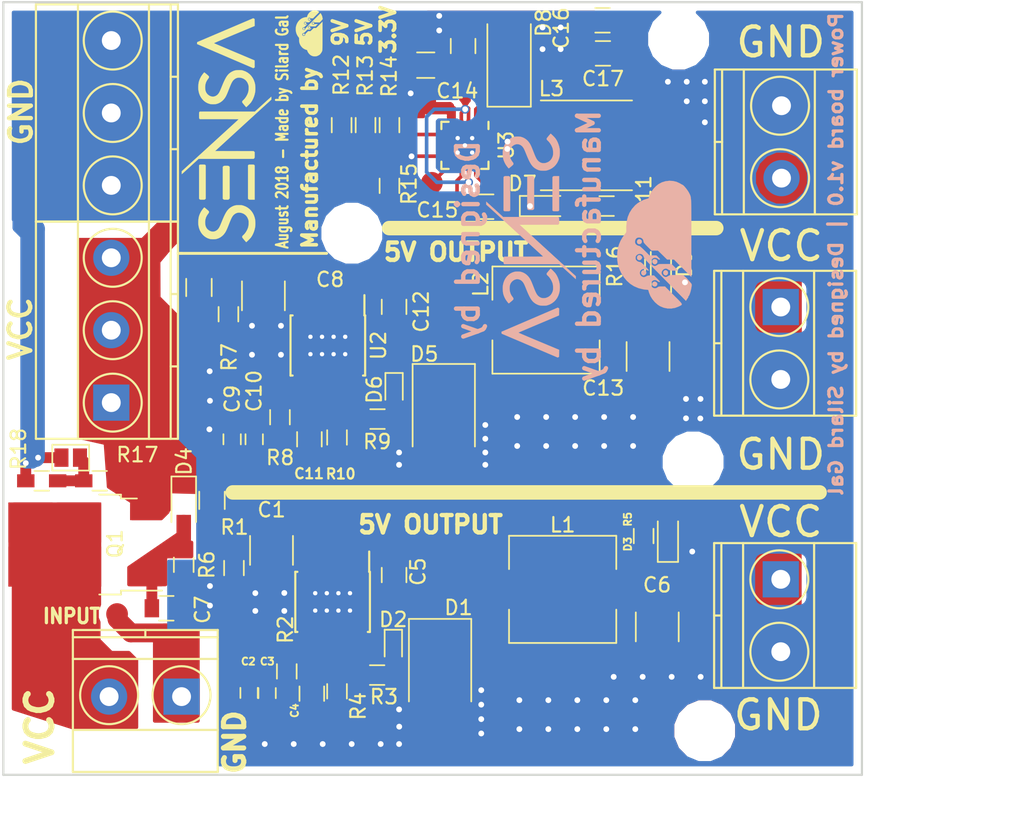
<source format=kicad_pcb>
(kicad_pcb (version 4) (host pcbnew 4.0.7-e2-6376~61~ubuntu18.04.1)
  (layers (0 F.Cu signal) (31 B.Cu signal) (34 B.Paste user) (35 F.Paste user) (36 B.SilkS user) (37 F.SilkS user) (38 B.Mask user) (39 F.Mask user) (44 Edge.Cuts user))
  (net 0 "")
  (net 1 GND)
  (net 2 "Net-(C2-Pad1)")
  (net 3 "Net-(C3-Pad1)")
  (net 4 "Net-(C4-Pad1)")
  (net 5 "Net-(C5-Pad1)")
  (net 6 "Net-(C5-Pad2)")
  (net 7 VOUT_1)
  (net 8 "Net-(R1-Pad1)")
  (net 9 "Net-(R3-Pad2)")
  (net 10 "Net-(D3-Pad2)")
  (net 11 "Net-(C7-Pad1)")
  (net 12 "Net-(C9-Pad1)")
  (net 13 "Net-(C10-Pad1)")
  (net 14 "Net-(C11-Pad1)")
  (net 15 "Net-(C12-Pad1)")
  (net 16 "Net-(C12-Pad2)")
  (net 17 VOUT_2)
  (net 18 "Net-(D7-Pad2)")
  (net 19 "Net-(J1-Pad2)")
  (net 20 "Net-(R7-Pad1)")
  (net 21 "Net-(R10-Pad1)")
  (net 22 TS_VCC)
  (net 23 TS_VSW)
  (net 24 "Net-(C15-Pad2)")
  (net 25 TS_OUTPUT)
  (net 26 "Net-(D9-Pad2)")
  (net 27 ADC)
  (net 28 "Net-(R12-Pad1)")
  (net 29 "Net-(TP9-Pad1)")
  (net 30 "Net-(C1-Pad1)")
  (net 31 "Net-(C8-Pad1)")
  (net 32 VIN)
  (module Wire_Pads:SolderWirePad_single_0-8mmDrill (layer F.Cu) (at 161 128.23)
    (fp_text reference REF** hide)
    (fp_text value SolderWirePad_single_0-8mmDrill hide)
    (pad 1 thru_hole circle (at 0 0) (size 0.6 0.6) (drill 0.4) (layers *.Cu *.Mask) (net 1 GND))
  )
  (module Wire_Pads:SolderWirePad_single_0-8mmDrill (layer F.Cu) (at 161.01 127.03)
    (fp_text reference REF** hide)
    (fp_text value SolderWirePad_single_0-8mmDrill hide)
    (pad 1 thru_hole circle (at 0 0) (size 0.6 0.6) (drill 0.4) (layers *.Cu *.Mask) (net 1 GND))
  )
  (module Wire_Pads:SolderWirePad_single_0-8mmDrill (layer F.Cu) (at 161 125.84)
    (fp_text reference REF** hide)
    (fp_text value SolderWirePad_single_0-8mmDrill hide)
    (pad 1 thru_hole circle (at 0 0) (size 0.6 0.6) (drill 0.4) (layers *.Cu *.Mask) (net 1 GND))
  )
  (module Wire_Pads:SolderWirePad_single_0-8mmDrill (layer F.Cu) (at 147.95 118.67)
    (fp_text reference REF** hide)
    (fp_text value SolderWirePad_single_0-8mmDrill hide)
    (pad 1 thru_hole circle (at 0 0) (size 0.6 0.6) (drill 0.4) (layers *.Cu *.Mask) (net 1 GND))
  )
  (module Wire_Pads:SolderWirePad_single_0-8mmDrill (layer F.Cu) (at 147.95 117.32)
    (fp_text reference REF** hide)
    (fp_text value SolderWirePad_single_0-8mmDrill hide)
    (pad 1 thru_hole circle (at 0 0) (size 0.6 0.6) (drill 0.4) (layers *.Cu *.Mask) (net 1 GND))
  )
  (module Wire_Pads:SolderWirePad_single_0-8mmDrill (layer F.Cu) (at 163.77 77.95)
    (fp_text reference REF** hide)
    (fp_text value SolderWirePad_single_0-8mmDrill hide)
    (pad 1 thru_hole circle (at 0 0) (size 0.6 0.6) (drill 0.4) (layers *.Cu *.Mask) (net 1 GND))
  )
  (module Wire_Pads:SolderWirePad_single_0-8mmDrill (layer F.Cu) (at 153.08 119.04)
    (fp_text reference REF** hide)
    (fp_text value SolderWirePad_single_0-8mmDrill hide)
    (pad 1 thru_hole circle (at 0 0) (size 0.6 0.6) (drill 0.4) (layers *.Cu *.Mask) (net 1 GND))
  )
  (module Wire_Pads:SolderWirePad_single_0-8mmDrill (layer F.Cu) (at 151.08 119.04)
    (fp_text reference REF** hide)
    (fp_text value SolderWirePad_single_0-8mmDrill hide)
    (pad 1 thru_hole circle (at 0 0) (size 0.6 0.6) (drill 0.4) (layers *.Cu *.Mask) (net 1 GND))
  )
  (module Wire_Pads:SolderWirePad_single_0-8mmDrill (layer F.Cu) (at 163.77 78.96)
    (fp_text reference REF** hide)
    (fp_text value SolderWirePad_single_0-8mmDrill hide)
    (pad 1 thru_hole circle (at 0 0) (size 0.6 0.6) (drill 0.4) (layers *.Cu *.Mask) (net 1 GND))
  )
  (module Wire_Pads:SolderWirePad_single_0-8mmDrill (layer F.Cu) (at 153.08 117.8)
    (fp_text reference REF** hide)
    (fp_text value SolderWirePad_single_0-8mmDrill hide)
    (pad 1 thru_hole circle (at 0 0) (size 0.6 0.6) (drill 0.4) (layers *.Cu *.Mask) (net 1 GND))
  )
  (module Wire_Pads:SolderWirePad_single_0-8mmDrill (layer F.Cu) (at 151.08 117.81)
    (fp_text reference REF** hide)
    (fp_text value SolderWirePad_single_0-8mmDrill hide)
    (pad 1 thru_hole circle (at 0 0) (size 0.6 0.6) (drill 0.4) (layers *.Cu *.Mask) (net 1 GND))
  )
  (module Wire_Pads:SolderWirePad_single_0-8mmDrill (layer F.Cu) (at 181.81 123.59)
    (fp_text reference REF** hide)
    (fp_text value SolderWirePad_single_0-8mmDrill hide)
    (pad 1 thru_hole circle (at 0 0) (size 0.6 0.6) (drill 0.4) (layers *.Cu *.Mask) (net 1 GND))
  )
  (module Wire_Pads:SolderWirePad_single_0-8mmDrill (layer F.Cu) (at 179.81 123.59)
    (fp_text reference REF** hide)
    (fp_text value SolderWirePad_single_0-8mmDrill hide)
    (pad 1 thru_hole circle (at 0 0) (size 0.6 0.6) (drill 0.4) (layers *.Cu *.Mask) (net 1 GND))
  )
  (module Wire_Pads:SolderWirePad_single_0-8mmDrill (layer F.Cu) (at 177.81 123.59)
    (fp_text reference REF** hide)
    (fp_text value SolderWirePad_single_0-8mmDrill hide)
    (pad 1 thru_hole circle (at 0 0) (size 0.6 0.6) (drill 0.4) (layers *.Cu *.Mask) (net 1 GND))
  )
  (module Wire_Pads:SolderWirePad_single_0-8mmDrill (layer F.Cu) (at 175.81 123.59)
    (fp_text reference REF** hide)
    (fp_text value SolderWirePad_single_0-8mmDrill hide)
    (pad 1 thru_hole circle (at 0 0) (size 0.6 0.6) (drill 0.4) (layers *.Cu *.Mask) (net 1 GND))
  )
  (module Wire_Pads:SolderWirePad_single_0-8mmDrill (layer F.Cu) (at 159.73 128.23)
    (fp_text reference REF** hide)
    (fp_text value SolderWirePad_single_0-8mmDrill hide)
    (pad 1 thru_hole circle (at 0 0) (size 0.6 0.6) (drill 0.4) (layers *.Cu *.Mask) (net 1 GND))
  )
  (module Wire_Pads:SolderWirePad_single_0-8mmDrill (layer F.Cu) (at 157.73 128.23)
    (fp_text reference REF** hide)
    (fp_text value SolderWirePad_single_0-8mmDrill hide)
    (pad 1 thru_hole circle (at 0 0) (size 0.6 0.6) (drill 0.4) (layers *.Cu *.Mask) (net 1 GND))
  )
  (module Wire_Pads:SolderWirePad_single_0-8mmDrill (layer F.Cu) (at 155.73 128.23)
    (fp_text reference REF** hide)
    (fp_text value SolderWirePad_single_0-8mmDrill hide)
    (pad 1 thru_hole circle (at 0 0) (size 0.6 0.6) (drill 0.4) (layers *.Cu *.Mask) (net 1 GND))
  )
  (module Wire_Pads:SolderWirePad_single_0-8mmDrill (layer F.Cu) (at 153.73 128.23)
    (fp_text reference REF** hide)
    (fp_text value SolderWirePad_single_0-8mmDrill hide)
    (pad 1 thru_hole circle (at 0 0) (size 0.6 0.6) (drill 0.4) (layers *.Cu *.Mask) (net 1 GND))
  )
  (module Wire_Pads:SolderWirePad_single_0-8mmDrill (layer F.Cu) (at 151.73 128.23)
    (fp_text reference REF** hide)
    (fp_text value SolderWirePad_single_0-8mmDrill hide)
    (pad 1 thru_hole circle (at 0 0) (size 0.6 0.6) (drill 0.4) (layers *.Cu *.Mask) (net 1 GND))
  )
  (module Wire_Pads:SolderWirePad_single_0-8mmDrill (layer F.Cu) (at 177.3 127.2)
    (fp_text reference REF** hide)
    (fp_text value SolderWirePad_single_0-8mmDrill hide)
    (pad 1 thru_hole circle (at 0 0) (size 0.6 0.6) (drill 0.4) (layers *.Cu *.Mask) (net 1 GND))
  )
  (module Wire_Pads:SolderWirePad_single_0-8mmDrill (layer F.Cu) (at 175.3 127.2)
    (fp_text reference REF** hide)
    (fp_text value SolderWirePad_single_0-8mmDrill hide)
    (pad 1 thru_hole circle (at 0 0) (size 0.6 0.6) (drill 0.4) (layers *.Cu *.Mask) (net 1 GND))
  )
  (module Wire_Pads:SolderWirePad_single_0-8mmDrill (layer F.Cu) (at 173.3 127.2)
    (fp_text reference REF** hide)
    (fp_text value SolderWirePad_single_0-8mmDrill hide)
    (pad 1 thru_hole circle (at 0 0) (size 0.6 0.6) (drill 0.4) (layers *.Cu *.Mask) (net 1 GND))
  )
  (module Wire_Pads:SolderWirePad_single_0-8mmDrill (layer F.Cu) (at 171.3 127.2)
    (fp_text reference REF** hide)
    (fp_text value SolderWirePad_single_0-8mmDrill hide)
    (pad 1 thru_hole circle (at 0 0) (size 0.6 0.6) (drill 0.4) (layers *.Cu *.Mask) (net 1 GND))
  )
  (module Wire_Pads:SolderWirePad_single_0-8mmDrill (layer F.Cu) (at 169.3 127.2)
    (fp_text reference REF** hide)
    (fp_text value SolderWirePad_single_0-8mmDrill hide)
    (pad 1 thru_hole circle (at 0 0) (size 0.6 0.6) (drill 0.4) (layers *.Cu *.Mask) (net 1 GND))
  )
  (module Wire_Pads:SolderWirePad_single_0-8mmDrill (layer F.Cu) (at 177.3 125.2)
    (fp_text reference REF** hide)
    (fp_text value SolderWirePad_single_0-8mmDrill hide)
    (pad 1 thru_hole circle (at 0 0) (size 0.6 0.6) (drill 0.4) (layers *.Cu *.Mask) (net 1 GND))
  )
  (module Wire_Pads:SolderWirePad_single_0-8mmDrill (layer F.Cu) (at 175.3 125.2)
    (fp_text reference REF** hide)
    (fp_text value SolderWirePad_single_0-8mmDrill hide)
    (pad 1 thru_hole circle (at 0 0) (size 0.6 0.6) (drill 0.4) (layers *.Cu *.Mask) (net 1 GND))
  )
  (module Wire_Pads:SolderWirePad_single_0-8mmDrill (layer F.Cu) (at 173.3 125.2)
    (fp_text reference REF** hide)
    (fp_text value SolderWirePad_single_0-8mmDrill hide)
    (pad 1 thru_hole circle (at 0 0) (size 0.6 0.6) (drill 0.4) (layers *.Cu *.Mask) (net 1 GND))
  )
  (module Wire_Pads:SolderWirePad_single_0-8mmDrill (layer F.Cu) (at 171.3 125.2)
    (fp_text reference REF** hide)
    (fp_text value SolderWirePad_single_0-8mmDrill hide)
    (pad 1 thru_hole circle (at 0 0) (size 0.6 0.6) (drill 0.4) (layers *.Cu *.Mask) (net 1 GND))
  )
  (module Wire_Pads:SolderWirePad_single_0-8mmDrill (layer F.Cu) (at 147.91 106.5)
    (fp_text reference REF** hide)
    (fp_text value SolderWirePad_single_0-8mmDrill hide)
    (pad 1 thru_hole circle (at 0 0) (size 0.6 0.6) (drill 0.4) (layers *.Cu *.Mask) (net 1 GND))
  )
  (module Wire_Pads:SolderWirePad_single_0-8mmDrill (layer F.Cu) (at 152.85 101.35)
    (fp_text reference REF** hide)
    (fp_text value SolderWirePad_single_0-8mmDrill hide)
    (pad 1 thru_hole circle (at 0 0) (size 0.6 0.6) (drill 0.4) (layers *.Cu *.Mask) (net 1 GND))
  )
  (module Wire_Pads:SolderWirePad_single_0-8mmDrill (layer F.Cu) (at 150.85 101.35)
    (fp_text reference REF** hide)
    (fp_text value SolderWirePad_single_0-8mmDrill hide)
    (pad 1 thru_hole circle (at 0 0) (size 0.6 0.6) (drill 0.4) (layers *.Cu *.Mask) (net 1 GND))
  )
  (module Wire_Pads:SolderWirePad_single_0-8mmDrill (layer F.Cu) (at 169.3 125.2)
    (fp_text reference REF** hide)
    (fp_text value SolderWirePad_single_0-8mmDrill hide)
    (pad 1 thru_hole circle (at 0 0) (size 0.6 0.6) (drill 0.4) (layers *.Cu *.Mask) (net 1 GND))
  )
  (module Wire_Pads:SolderWirePad_single_0-8mmDrill (layer F.Cu) (at 147.95 104.53)
    (fp_text reference REF** hide)
    (fp_text value SolderWirePad_single_0-8mmDrill hide)
    (pad 1 thru_hole circle (at 0 0) (size 0.6 0.6) (drill 0.4) (layers *.Cu *.Mask) (net 1 GND))
  )
  (module Wire_Pads:SolderWirePad_single_0-8mmDrill (layer F.Cu) (at 152.85 99.35)
    (fp_text reference REF** hide)
    (fp_text value SolderWirePad_single_0-8mmDrill hide)
    (pad 1 thru_hole circle (at 0 0) (size 0.6 0.6) (drill 0.4) (layers *.Cu *.Mask) (net 1 GND))
  )
  (module Wire_Pads:SolderWirePad_single_0-8mmDrill (layer F.Cu) (at 150.85 99.35)
    (fp_text reference REF** hide)
    (fp_text value SolderWirePad_single_0-8mmDrill hide)
    (pad 1 thru_hole circle (at 0 0) (size 0.6 0.6) (drill 0.4) (layers *.Cu *.Mask) (net 1 GND))
  )
  (module Wire_Pads:SolderWirePad_single_0-8mmDrill (layer F.Cu) (at 166.95 108.1)
    (fp_text reference REF** hide)
    (fp_text value SolderWirePad_single_0-8mmDrill hide)
    (pad 1 thru_hole circle (at 0 0) (size 0.6 0.6) (drill 0.4) (layers *.Cu *.Mask) (net 1 GND))
  )
  (module Wire_Pads:SolderWirePad_single_0-8mmDrill (layer F.Cu) (at 166.95 108.95)
    (fp_text reference REF** hide)
    (fp_text value SolderWirePad_single_0-8mmDrill hide)
    (pad 1 thru_hole circle (at 0 0) (size 0.6 0.6) (drill 0.4) (layers *.Cu *.Mask) (net 1 GND))
  )
  (module Wire_Pads:SolderWirePad_single_0-8mmDrill (layer F.Cu) (at 147.93 102.49)
    (fp_text reference REF** hide)
    (fp_text value SolderWirePad_single_0-8mmDrill hide)
    (pad 1 thru_hole circle (at 0 0) (size 0.6 0.6) (drill 0.4) (layers *.Cu *.Mask) (net 1 GND))
  )
  (module Wire_Pads:SolderWirePad_single_0-8mmDrill (layer F.Cu) (at 161 108.1)
    (fp_text reference REF** hide)
    (fp_text value SolderWirePad_single_0-8mmDrill hide)
    (pad 1 thru_hole circle (at 0 0) (size 0.6 0.6) (drill 0.4) (layers *.Cu *.Mask) (net 1 GND))
  )
  (module Wire_Pads:SolderWirePad_single_0-8mmDrill (layer F.Cu) (at 161 108.95)
    (fp_text reference REF** hide)
    (fp_text value SolderWirePad_single_0-8mmDrill hide)
    (pad 1 thru_hole circle (at 0 0) (size 0.6 0.6) (drill 0.4) (layers *.Cu *.Mask) (net 1 GND))
  )
  (module Wire_Pads:SolderWirePad_single_0-8mmDrill (layer F.Cu) (at 166.95 106.2)
    (fp_text reference REF** hide)
    (fp_text value SolderWirePad_single_0-8mmDrill hide)
    (pad 1 thru_hole circle (at 0 0) (size 0.6 0.6) (drill 0.4) (layers *.Cu *.Mask) (net 1 GND))
  )
  (module Wire_Pads:SolderWirePad_single_0-8mmDrill (layer F.Cu) (at 166.95 107.15)
    (fp_text reference REF** hide)
    (fp_text value SolderWirePad_single_0-8mmDrill hide)
    (pad 1 thru_hole circle (at 0 0) (size 0.6 0.6) (drill 0.4) (layers *.Cu *.Mask) (net 1 GND))
  )
  (module Wire_Pads:SolderWirePad_single_0-8mmDrill (layer F.Cu) (at 177.15 107.65)
    (fp_text reference REF** hide)
    (fp_text value SolderWirePad_single_0-8mmDrill hide)
    (pad 1 thru_hole circle (at 0 0) (size 0.6 0.6) (drill 0.4) (layers *.Cu *.Mask) (net 1 GND))
  )
  (module Wire_Pads:SolderWirePad_single_0-8mmDrill (layer F.Cu) (at 175.15 107.65)
    (fp_text reference REF** hide)
    (fp_text value SolderWirePad_single_0-8mmDrill hide)
    (pad 1 thru_hole circle (at 0 0) (size 0.6 0.6) (drill 0.4) (layers *.Cu *.Mask) (net 1 GND))
  )
  (module Wire_Pads:SolderWirePad_single_0-8mmDrill (layer F.Cu) (at 173.15 107.65)
    (fp_text reference REF** hide)
    (fp_text value SolderWirePad_single_0-8mmDrill hide)
    (pad 1 thru_hole circle (at 0 0) (size 0.6 0.6) (drill 0.4) (layers *.Cu *.Mask) (net 1 GND))
  )
  (module Wire_Pads:SolderWirePad_single_0-8mmDrill (layer F.Cu) (at 171.15 107.65)
    (fp_text reference REF** hide)
    (fp_text value SolderWirePad_single_0-8mmDrill hide)
    (pad 1 thru_hole circle (at 0 0) (size 0.6 0.6) (drill 0.4) (layers *.Cu *.Mask) (net 1 GND))
  )
  (module Wire_Pads:SolderWirePad_single_0-8mmDrill (layer F.Cu) (at 169.15 107.65)
    (fp_text reference REF** hide)
    (fp_text value SolderWirePad_single_0-8mmDrill hide)
    (pad 1 thru_hole circle (at 0 0) (size 0.6 0.6) (drill 0.4) (layers *.Cu *.Mask) (net 1 GND))
  )
  (module Wire_Pads:SolderWirePad_single_0-8mmDrill (layer F.Cu) (at 177.15 105.65)
    (fp_text reference REF** hide)
    (fp_text value SolderWirePad_single_0-8mmDrill hide)
    (pad 1 thru_hole circle (at 0 0) (size 0.6 0.6) (drill 0.4) (layers *.Cu *.Mask) (net 1 GND))
  )
  (module Wire_Pads:SolderWirePad_single_0-8mmDrill (layer F.Cu) (at 175.15 105.65)
    (fp_text reference REF** hide)
    (fp_text value SolderWirePad_single_0-8mmDrill hide)
    (pad 1 thru_hole circle (at 0 0) (size 0.6 0.6) (drill 0.4) (layers *.Cu *.Mask) (net 1 GND))
  )
  (module Wire_Pads:SolderWirePad_single_0-8mmDrill (layer F.Cu) (at 173.15 105.65)
    (fp_text reference REF** hide)
    (fp_text value SolderWirePad_single_0-8mmDrill hide)
    (pad 1 thru_hole circle (at 0 0) (size 0.6 0.6) (drill 0.4) (layers *.Cu *.Mask) (net 1 GND))
  )
  (module Wire_Pads:SolderWirePad_single_0-8mmDrill (layer F.Cu) (at 171.15 105.65)
    (fp_text reference REF** hide)
    (fp_text value SolderWirePad_single_0-8mmDrill hide)
    (pad 1 thru_hole circle (at 0 0) (size 0.6 0.6) (drill 0.4) (layers *.Cu *.Mask) (net 1 GND))
  )
  (module Wire_Pads:SolderWirePad_single_0-8mmDrill (layer F.Cu) (at 182.1 85.3)
    (fp_text reference REF** hide)
    (fp_text value SolderWirePad_single_0-8mmDrill hide)
    (pad 1 thru_hole circle (at 0 0) (size 0.6 0.6) (drill 0.4) (layers *.Cu *.Mask) (net 1 GND))
  )
  (module Wire_Pads:SolderWirePad_single_0-8mmDrill (layer F.Cu) (at 166.67 126.51)
    (fp_text reference REF** hide)
    (fp_text value SolderWirePad_single_0-8mmDrill hide)
    (pad 1 thru_hole circle (at 0 0) (size 0.6 0.6) (drill 0.4) (layers *.Cu *.Mask) (net 1 GND))
  )
  (module Wire_Pads:SolderWirePad_single_0-8mmDrill (layer F.Cu) (at 166.67 127.5)
    (fp_text reference REF** hide)
    (fp_text value SolderWirePad_single_0-8mmDrill hide)
    (pad 1 thru_hole circle (at 0 0) (size 0.6 0.6) (drill 0.4) (layers *.Cu *.Mask) (net 1 GND))
  )
  (module Wire_Pads:SolderWirePad_single_0-8mmDrill (layer F.Cu) (at 169.15 105.65)
    (fp_text reference REF** hide)
    (fp_text value SolderWirePad_single_0-8mmDrill hide)
    (pad 1 thru_hole circle (at 0 0) (size 0.6 0.6) (drill 0.4) (layers *.Cu *.Mask) (net 1 GND))
  )
  (module Wire_Pads:SolderWirePad_single_0-8mmDrill (layer F.Cu) (at 182.1 83.85)
    (fp_text reference REF** hide)
    (fp_text value SolderWirePad_single_0-8mmDrill hide)
    (pad 1 thru_hole circle (at 0 0) (size 0.6 0.6) (drill 0.4) (layers *.Cu *.Mask) (net 1 GND))
  )
  (module Wire_Pads:SolderWirePad_single_0-8mmDrill (layer F.Cu) (at 166.67 125.51)
    (fp_text reference REF** hide)
    (fp_text value SolderWirePad_single_0-8mmDrill hide)
    (pad 1 thru_hole circle (at 0 0) (size 0.6 0.6) (drill 0.4) (layers *.Cu *.Mask) (net 1 GND))
  )
  (module Wire_Pads:SolderWirePad_single_0-8mmDrill (layer F.Cu) (at 179.55 82.5)
    (fp_text reference REF** hide)
    (fp_text value SolderWirePad_single_0-8mmDrill hide)
    (pad 1 thru_hole circle (at 0 0) (size 0.6 0.6) (drill 0.4) (layers *.Cu *.Mask) (net 1 GND))
  )
  (module Wire_Pads:SolderWirePad_single_0-8mmDrill (layer F.Cu) (at 181.79 105.75)
    (fp_text reference REF** hide)
    (fp_text value SolderWirePad_single_0-8mmDrill hide)
    (pad 1 thru_hole circle (at 0 0) (size 0.6 0.6) (drill 0.4) (layers *.Cu *.Mask) (net 1 GND))
  )
  (module Wire_Pads:SolderWirePad_single_0-8mmDrill (layer F.Cu) (at 180.8 105.74)
    (fp_text reference REF** hide)
    (fp_text value SolderWirePad_single_0-8mmDrill hide)
    (pad 1 thru_hole circle (at 0 0) (size 0.6 0.6) (drill 0.4) (layers *.Cu *.Mask) (net 1 GND))
  )
  (module Wire_Pads:SolderWirePad_single_0-8mmDrill (layer F.Cu) (at 182.1 82.5)
    (fp_text reference REF** hide)
    (fp_text value SolderWirePad_single_0-8mmDrill hide)
    (pad 1 thru_hole circle (at 0 0) (size 0.6 0.6) (drill 0.4) (layers *.Cu *.Mask) (net 1 GND))
  )
  (module Wire_Pads:SolderWirePad_single_0-8mmDrill (layer F.Cu) (at 166.67 124.51)
    (fp_text reference REF** hide)
    (fp_text value SolderWirePad_single_0-8mmDrill hide)
    (pad 1 thru_hole circle (at 0 0) (size 0.6 0.6) (drill 0.4) (layers *.Cu *.Mask) (net 1 GND))
  )
  (module Wire_Pads:SolderWirePad_single_0-8mmDrill (layer F.Cu) (at 181.8 104.4)
    (fp_text reference REF** hide)
    (fp_text value SolderWirePad_single_0-8mmDrill hide)
    (pad 1 thru_hole circle (at 0 0) (size 0.6 0.6) (drill 0.4) (layers *.Cu *.Mask) (net 1 GND))
  )
  (module Wire_Pads:SolderWirePad_single_0-8mmDrill (layer F.Cu) (at 180.8 104.4)
    (fp_text reference REF** hide)
    (fp_text value SolderWirePad_single_0-8mmDrill hide)
    (pad 1 thru_hole circle (at 0 0) (size 0.6 0.6) (drill 0.4) (layers *.Cu *.Mask) (net 1 GND))
  )
  (module Wire_Pads:SolderWirePad_single_0-8mmDrill (layer F.Cu) (at 172.15 80.25)
    (fp_text reference REF** hide)
    (fp_text value SolderWirePad_single_0-8mmDrill hide)
    (pad 1 thru_hole circle (at 0 0) (size 0.6 0.6) (drill 0.4) (layers *.Cu *.Mask) (net 1 GND))
  )
  (module Wire_Pads:SolderWirePad_single_0-8mmDrill (layer F.Cu) (at 170.9 80.25)
    (fp_text reference REF** hide)
    (fp_text value SolderWirePad_single_0-8mmDrill hide)
    (pad 1 thru_hole circle (at 0 0) (size 0.6 0.6) (drill 0.4) (layers *.Cu *.Mask) (net 1 GND))
  )
  (module Wire_Pads:SolderWirePad_single_0-8mmDrill (layer F.Cu) (at 172.15 78.75)
    (fp_text reference REF** hide)
    (fp_text value SolderWirePad_single_0-8mmDrill hide)
    (pad 1 thru_hole circle (at 0 0) (size 0.6 0.6) (drill 0.4) (layers *.Cu *.Mask) (net 1 GND))
  )
  (module Wire_Pads:SolderWirePad_single_0-8mmDrill (layer F.Cu) (at 170.9 78.75)
    (fp_text reference REF** hide)
    (fp_text value SolderWirePad_single_0-8mmDrill hide)
    (pad 1 thru_hole circle (at 0 0) (size 0.6 0.6) (drill 0.4) (layers *.Cu *.Mask) (net 1 GND))
  )
  (module Wire_Pads:SolderWirePad_single_0-8mmDrill (layer F.Cu) (at 180.85 83.85)
    (fp_text reference REF** hide)
    (fp_text value SolderWirePad_single_0-8mmDrill hide)
    (pad 1 thru_hole circle (at 0 0) (size 0.6 0.6) (drill 0.4) (layers *.Cu *.Mask) (net 1 GND))
  )
  (module Wire_Pads:SolderWirePad_single_0-8mmDrill (layer F.Cu) (at 180.85 82.5)
    (fp_text reference REF** hide)
    (fp_text value SolderWirePad_single_0-8mmDrill hide)
    (pad 1 thru_hole circle (at 0 0) (size 0.6 0.6) (drill 0.4) (layers *.Cu *.Mask) (net 1 GND))
  )
  (module Wire_Pads:SolderWirePad_single_0-8mmDrill (layer F.Cu) (at 161.8 83.3)
    (fp_text reference REF** hide)
    (fp_text value SolderWirePad_single_0-8mmDrill hide)
    (pad 1 thru_hole circle (at 0 0) (size 0.6 0.6) (drill 0.4) (layers *.Cu *.Mask) (net 1 GND))
  )
  (module Capacitors_SMD:C_0805 (layer F.Cu) (at 154.9781 124.7521 270)
    (fp_text reference C4 (at 1.1684 1.1811 450) (layer F.SilkS) (effects (font (size 0.5 0.5) (thickness 0.125))))
    (fp_text value 2.2nF hide)
    (pad 1 smd rect (at -1 0 270) (size 1 1.25) (layers F.Cu F.Paste F.Mask) (net 4 "Net-(C4-Pad1)"))
    (pad 2 smd rect (at 1 0 270) (size 1 1.25) (layers F.Cu F.Paste F.Mask) (net 1 GND))
  )
  (module Resistors_SMD:R_0603_HandSoldering (layer F.Cu) (at 149.606 116.078 270)
    (fp_text reference R1 (at -2.822 -0.034 540) (layer F.SilkS))
    (fp_text value 15.8k hide)
    (pad 1 smd rect (at -1.1 0 270) (size 1.2 0.9) (layers F.Cu F.Paste F.Mask) (net 8 "Net-(R1-Pad1)"))
    (pad 2 smd rect (at 1.1 0 270) (size 1.2 0.9) (layers F.Cu F.Paste F.Mask) (net 1 GND))
  )
  (module Capacitors_SMD:C_1210 (layer F.Cu) (at 152.1968 114.8588 270)
    (fp_text reference C1 (at -2.7988 -0.0032 360) (layer F.SilkS))
    (fp_text value 4.7uF hide)
    (pad 1 smd rect (at -1.5 0 270) (size 1 2.5) (layers F.Cu F.Paste F.Mask) (net 30 "Net-(C1-Pad1)"))
    (pad 2 smd rect (at 1.5 0 270) (size 1 2.5) (layers F.Cu F.Paste F.Mask) (net 1 GND))
  )
  (module Capacitors_SMD:C_0603_HandSoldering (layer F.Cu) (at 150.65 124.7 270)
    (fp_text reference C2 (at -2.1717 0.0508 360) (layer F.SilkS) (effects (font (size 0.5 0.5) (thickness 0.125))))
    (fp_text value 22nF hide)
    (pad 1 smd rect (at -0.95 0 270) (size 1.2 0.75) (layers F.Cu F.Paste F.Mask) (net 2 "Net-(C2-Pad1)"))
    (pad 2 smd rect (at 0.95 0 270) (size 1.2 0.75) (layers F.Cu F.Paste F.Mask) (net 1 GND))
  )
  (module Capacitors_SMD:C_0603_HandSoldering (layer F.Cu) (at 151.892 124.714 270)
    (fp_text reference C3 (at -2.1844 -0.0127 360) (layer F.SilkS) (effects (font (size 0.5 0.5) (thickness 0.125))))
    (fp_text value 22pF hide)
    (pad 1 smd rect (at -0.95 0 270) (size 1.2 0.75) (layers F.Cu F.Paste F.Mask) (net 3 "Net-(C3-Pad1)"))
    (pad 2 smd rect (at 0.95 0 270) (size 1.2 0.75) (layers F.Cu F.Paste F.Mask) (net 1 GND))
  )
  (module Capacitors_SMD:C_0805 (layer F.Cu) (at 160.655 116.5606 90)
    (fp_text reference C5 (at 0.2286 1.651 90) (layer F.SilkS))
    (fp_text value 0.33uF hide)
    (pad 1 smd rect (at -1 0 90) (size 1 1.25) (layers F.Cu F.Paste F.Mask) (net 5 "Net-(C5-Pad1)"))
    (pad 2 smd rect (at 1 0 90) (size 1 1.25) (layers F.Cu F.Paste F.Mask) (net 6 "Net-(C5-Pad2)"))
  )
  (module Capacitors_SMD:C_1210 (layer F.Cu) (at 178.816 120.142 270)
    (fp_text reference C6 (at -2.8956 0.0127 540) (layer F.SilkS))
    (fp_text value 10u hide)
    (pad 1 smd rect (at -1.5 0 270) (size 1 2.5) (layers F.Cu F.Paste F.Mask) (net 7 VOUT_1))
    (pad 2 smd rect (at 1.5 0 270) (size 1 2.5) (layers F.Cu F.Paste F.Mask) (net 1 GND))
  )
  (module Diodes_SMD:D_SMB (layer F.Cu) (at 163.83 123.1392 270)
    (fp_text reference D1 (at -4.3307 -1.27 360) (layer F.SilkS))
    (fp_text value 20BQ030 hide)
    (pad 1 smd rect (at -2.15 0 270) (size 2.5 2.3) (layers F.Cu F.Paste F.Mask) (net 6 "Net-(C5-Pad2)"))
    (pad 2 smd rect (at 2.15 0 270) (size 2.5 2.3) (layers F.Cu F.Paste F.Mask) (net 1 GND))
  )
  (module Diodes_SMD:D_SOD-523 (layer F.Cu) (at 160.6042 121.4882 270)
    (fp_text reference D2 (at -1.8542 0.0127 360) (layer F.SilkS))
    (fp_text value 1N4148 hide)
    (pad 2 smd rect (at 0.7 0 90) (size 0.6 0.7) (layers F.Cu F.Paste F.Mask) (net 7 VOUT_1))
    (pad 1 smd rect (at -0.7 0 90) (size 0.6 0.7) (layers F.Cu F.Paste F.Mask) (net 5 "Net-(C5-Pad1)"))
  )
  (module Resistors_SMD:R_0603_HandSoldering (layer F.Cu) (at 153.2509 123.2154 270)
    (fp_text reference R2 (at -2.8829 0.0889 450) (layer F.SilkS))
    (fp_text value 12.7k hide)
    (pad 1 smd rect (at -1.1 0 270) (size 1.2 0.9) (layers F.Cu F.Paste F.Mask) (net 3 "Net-(C3-Pad1)"))
    (pad 2 smd rect (at 1.1 0 270) (size 1.2 0.9) (layers F.Cu F.Paste F.Mask) (net 4 "Net-(C4-Pad1)"))
  )
  (module Resistors_SMD:R_0603_HandSoldering (layer F.Cu) (at 159.4866 123.4694 180)
    (fp_text reference R3 (at -0.4699 -1.4986 180) (layer F.SilkS))
    (fp_text value 33.2k hide)
    (pad 1 smd rect (at -1.1 0 180) (size 1.2 0.9) (layers F.Cu F.Paste F.Mask) (net 7 VOUT_1))
    (pad 2 smd rect (at 1.1 0 180) (size 1.2 0.9) (layers F.Cu F.Paste F.Mask) (net 9 "Net-(R3-Pad2)"))
  )
  (module Resistors_SMD:R_0603_HandSoldering (layer F.Cu) (at 156.718 124.587 270)
    (fp_text reference R4 (at 1.0287 -1.4605 270) (layer F.SilkS))
    (fp_text value 8.25k hide)
    (pad 1 smd rect (at -1.1 0 270) (size 1.2 0.9) (layers F.Cu F.Paste F.Mask) (net 9 "Net-(R3-Pad2)"))
    (pad 2 smd rect (at 1.1 0 270) (size 1.2 0.9) (layers F.Cu F.Paste F.Mask) (net 1 GND))
  )
  (module Housings_SOIC:HTSOP-8-1EP_3.9x4.9mm_Pitch1.27mm_ThermalVias_LargeCopper (layer F.Cu) (at 156.4132 118.4148 270)
    (fp_text reference U1 hide)
    (fp_text value SC4525 hide)
    (pad 9 smd rect (at 0 0 270) (size 2.95 4.5) (layers F.Cu) (net 1 GND))
    (pad 1 smd rect (at -2.7 -1.905 270) (size 1.55 0.6) (layers F.Cu F.Paste F.Mask) (net 6 "Net-(C5-Pad2)"))
    (pad 2 smd rect (at -2.7 -0.635 270) (size 1.55 0.6) (layers F.Cu F.Paste F.Mask) (net 30 "Net-(C1-Pad1)"))
    (pad 3 smd rect (at -2.7 0.635 270) (size 1.55 0.6) (layers F.Cu F.Paste F.Mask) (net 8 "Net-(R1-Pad1)"))
    (pad 4 smd rect (at -2.7 1.905 270) (size 1.55 0.6) (layers F.Cu F.Paste F.Mask) (net 1 GND))
    (pad 5 smd rect (at 2.7 1.905 270) (size 1.55 0.6) (layers F.Cu F.Paste F.Mask) (net 2 "Net-(C2-Pad1)"))
    (pad 6 smd rect (at 2.7 0.635 270) (size 1.55 0.6) (layers F.Cu F.Paste F.Mask) (net 3 "Net-(C3-Pad1)"))
    (pad 7 smd rect (at 2.7 -0.635 270) (size 1.55 0.6) (layers F.Cu F.Paste F.Mask) (net 9 "Net-(R3-Pad2)"))
    (pad 8 smd rect (at 2.7 -1.905 270) (size 1.55 0.6) (layers F.Cu F.Paste F.Mask) (net 5 "Net-(C5-Pad1)"))
    (pad 9 smd rect (at 0.6 0.8 270) (size 1.2 1.6) (layers F.Cu F.Paste F.Mask) (net 1 GND))
    (pad 9 smd rect (at 0.6 -0.8 270) (size 1.2 1.6) (layers F.Cu F.Paste F.Mask) (net 1 GND))
    (pad 9 smd rect (at -0.6 0.8 270) (size 1.2 1.6) (layers F.Cu F.Paste F.Mask) (net 1 GND))
    (pad 9 smd rect (at -0.6 -0.8 270) (size 1.2 1.6) (layers F.Cu F.Paste F.Mask) (net 1 GND))
    (pad 9 smd rect (at 0 0 270) (size 2.95 4.5) (layers B.Cu) (net 1 GND))
    (pad 9 thru_hole circle (at -0.6 -1.2 270) (size 0.6 0.6) (drill 0.3) (layers *.Cu) (net 1 GND))
    (pad 9 thru_hole circle (at -0.6 -0.4 270) (size 0.6 0.6) (drill 0.3) (layers *.Cu) (net 1 GND))
    (pad 9 thru_hole circle (at 0.6 -0.4 270) (size 0.6 0.6) (drill 0.3) (layers *.Cu) (net 1 GND))
    (pad 9 thru_hole circle (at 0.6 -1.2 270) (size 0.6 0.6) (drill 0.3) (layers *.Cu) (net 1 GND))
    (pad 9 thru_hole circle (at -0.6 1.2 270) (size 0.6 0.6) (drill 0.3) (layers *.Cu) (net 1 GND))
    (pad 9 thru_hole circle (at -0.6 0.4 270) (size 0.6 0.6) (drill 0.3) (layers *.Cu) (net 1 GND))
    (pad 9 thru_hole circle (at 0.6 0.4 270) (size 0.6 0.6) (drill 0.3) (layers *.Cu) (net 1 GND))
    (pad 9 thru_hole circle (at 0.6 1.2 270) (size 0.6 0.6) (drill 0.3) (layers *.Cu) (net 1 GND))
  )
  (module TerminalBlocks_Phoenix:TerminalBlock_Phoenix_MKDS1.5-2pol (layer F.Cu) (at 145.99 124.956 180)
    (fp_text reference J1 hide)
    (fp_text value Screw_Terminal_01x02 hide)
    (pad 1 thru_hole rect (at 0 0 180) (size 2.5 2.5) (drill 1.3) (layers *.Cu *.Mask) (net 1 GND))
    (pad 2 thru_hole circle (at 5 0 180) (size 2.5 2.5) (drill 1.3) (layers *.Cu *.Mask) (net 19 "Net-(J1-Pad2)"))
  )
  (module LEDs:LED_0805 (layer F.Cu) (at 179.5526 113.8555 90)
    (fp_text reference D3 (at -0.5715 -2.7686 90) (layer F.SilkS) (effects (font (size 0.5 0.5) (thickness 0.125))))
    (fp_text value LED hide)
    (pad 2 smd rect (at 1.1 0 270) (size 1.2 1.2) (layers F.Cu F.Paste F.Mask) (net 10 "Net-(D3-Pad2)"))
    (pad 1 smd rect (at -1.1 0 270) (size 1.2 1.2) (layers F.Cu F.Paste F.Mask) (net 1 GND))
  )
  (module Resistors_SMD:R_0603_HandSoldering (layer F.Cu) (at 177.8762 113.8682 90)
    (fp_text reference R5 (at 1.1557 -1.0922 90) (layer F.SilkS) (effects (font (size 0.5 0.5) (thickness 0.125))))
    (fp_text value 330 hide)
    (pad 1 smd rect (at -1.1 0 90) (size 1.2 0.9) (layers F.Cu F.Paste F.Mask) (net 7 VOUT_1))
    (pad 2 smd rect (at 1.1 0 90) (size 1.2 0.9) (layers F.Cu F.Paste F.Mask) (net 10 "Net-(D3-Pad2)"))
  )
  (module Capacitors_SMD:C_0805 (layer F.Cu) (at 144.94 118.856)
    (fp_text reference C7 (at 2.5 0.1 90) (layer F.SilkS))
    (fp_text value 15nF/50V hide)
    (pad 1 smd rect (at -1 0) (size 1 1.25) (layers F.Cu F.Paste F.Mask) (net 11 "Net-(C7-Pad1)"))
    (pad 2 smd rect (at 1 0) (size 1 1.25) (layers F.Cu F.Paste F.Mask) (net 1 GND))
  )
  (module Capacitors_SMD:C_1210 (layer F.Cu) (at 151.638 97.282 270)
    (fp_text reference C8 (at -1.126 -4.602 360) (layer F.SilkS))
    (fp_text value 4.7uF hide)
    (pad 1 smd rect (at -1.5 0 270) (size 1 2.5) (layers F.Cu F.Paste F.Mask) (net 31 "Net-(C8-Pad1)"))
    (pad 2 smd rect (at 1.5 0 270) (size 1 2.5) (layers F.Cu F.Paste F.Mask) (net 1 GND))
  )
  (module Capacitors_SMD:C_0603_HandSoldering (layer F.Cu) (at 149.479 107.188 270)
    (fp_text reference C9 (at -2.782 -0.011 270) (layer F.SilkS))
    (fp_text value 22nF hide)
    (pad 1 smd rect (at -0.95 0 270) (size 1.2 0.75) (layers F.Cu F.Paste F.Mask) (net 12 "Net-(C9-Pad1)"))
    (pad 2 smd rect (at 0.95 0 270) (size 1.2 0.75) (layers F.Cu F.Paste F.Mask) (net 1 GND))
  )
  (module Capacitors_SMD:C_0603_HandSoldering (layer F.Cu) (at 151.003 107.188 270)
    (fp_text reference C10 (at -3.332 0.013 450) (layer F.SilkS))
    (fp_text value 22pF hide)
    (pad 1 smd rect (at -0.95 0 270) (size 1.2 0.75) (layers F.Cu F.Paste F.Mask) (net 13 "Net-(C10-Pad1)"))
    (pad 2 smd rect (at 0.95 0 270) (size 1.2 0.75) (layers F.Cu F.Paste F.Mask) (net 1 GND))
  )
  (module Capacitors_SMD:C_0805 (layer F.Cu) (at 154.813 107.188 270)
    (fp_text reference C11 (at 2.372 0.023 360) (layer F.SilkS) (effects (font (size 0.7 0.7))))
    (fp_text value 2.2nF hide)
    (pad 1 smd rect (at -1 0 270) (size 1 1.25) (layers F.Cu F.Paste F.Mask) (net 14 "Net-(C11-Pad1)"))
    (pad 2 smd rect (at 1 0 270) (size 1 1.25) (layers F.Cu F.Paste F.Mask) (net 1 GND))
  )
  (module Capacitors_SMD:C_0805 (layer F.Cu) (at 160.655 98.044 90)
    (fp_text reference C12 (at -0.326 1.875 270) (layer F.SilkS))
    (fp_text value 0.33uF hide)
    (pad 1 smd rect (at -1 0 90) (size 1 1.25) (layers F.Cu F.Paste F.Mask) (net 15 "Net-(C12-Pad1)"))
    (pad 2 smd rect (at 1 0 90) (size 1 1.25) (layers F.Cu F.Paste F.Mask) (net 16 "Net-(C12-Pad2)"))
  )
  (module Capacitors_SMD:C_1210 (layer F.Cu) (at 178.181 101.473 270)
    (fp_text reference C13 (at 2.183 3.091 360) (layer F.SilkS))
    (fp_text value 10u hide)
    (pad 1 smd rect (at -1.5 0 270) (size 1 2.5) (layers F.Cu F.Paste F.Mask) (net 17 VOUT_2))
    (pad 2 smd rect (at 1.5 0 270) (size 1 2.5) (layers F.Cu F.Paste F.Mask) (net 1 GND))
  )
  (module Diodes_SMD:D_SOD-323_HandSoldering (layer F.Cu) (at 146.14 111.656 270)
    (fp_text reference D4 (at -2.95 -0.025 270) (layer F.SilkS))
    (fp_text value D_Zener hide)
    (pad 1 smd rect (at -1.25 0 270) (size 1 1) (layers F.Cu F.Paste F.Mask) (net 32 VIN))
    (pad 2 smd rect (at 1.25 0 270) (size 1 1) (layers F.Cu F.Paste F.Mask) (net 11 "Net-(C7-Pad1)"))
  )
  (module Diodes_SMD:D_SMB (layer F.Cu) (at 164.084 105.537 270)
    (fp_text reference D5 (at -4.231 1.344 360) (layer F.SilkS))
    (fp_text value 20BQ030 hide)
    (pad 1 smd rect (at -2.15 0 270) (size 2.5 2.3) (layers F.Cu F.Paste F.Mask) (net 16 "Net-(C12-Pad2)"))
    (pad 2 smd rect (at 2.15 0 270) (size 2.5 2.3) (layers F.Cu F.Paste F.Mask) (net 1 GND))
  )
  (module Diodes_SMD:D_SOD-523 (layer F.Cu) (at 160.655 103.759 270)
    (fp_text reference D6 (at -0.003 1.365 270) (layer F.SilkS))
    (fp_text value 1N4148 hide)
    (pad 2 smd rect (at 0.7 0 90) (size 0.6 0.7) (layers F.Cu F.Paste F.Mask) (net 17 VOUT_2))
    (pad 1 smd rect (at -0.7 0 90) (size 0.6 0.7) (layers F.Cu F.Paste F.Mask) (net 15 "Net-(C12-Pad1)"))
  )
  (module LEDs:LED_0805 (layer F.Cu) (at 171.132 91.084)
    (fp_text reference D7 (at -1.617 -1.553) (layer F.SilkS))
    (fp_text value LED hide)
    (pad 2 smd rect (at 1.1 0 180) (size 1.2 1.2) (layers F.Cu F.Paste F.Mask) (net 18 "Net-(D7-Pad2)"))
    (pad 1 smd rect (at -1.1 0 180) (size 1.2 1.2) (layers F.Cu F.Paste F.Mask) (net 1 GND))
  )
  (module Inductors_SMD:L_7.3x7.3_H4.5 (layer F.Cu) (at 172.2882 117.5512)
    (fp_text reference L1 (at 0 -4.45) (layer F.SilkS))
    (fp_text value 5.2uH hide)
    (pad 1 smd rect (at -3.2 0) (size 1.5 2.2) (layers F.Cu F.Paste F.Mask) (net 6 "Net-(C5-Pad2)"))
    (pad 2 smd rect (at 3.2 0) (size 1.5 2.2) (layers F.Cu F.Paste F.Mask) (net 7 VOUT_1))
  )
  (module Inductors_SMD:L_7.3x7.3_H4.5 (layer F.Cu) (at 171.14 98.956)
    (fp_text reference L2 (at -4.5 -2.476 90) (layer F.SilkS))
    (fp_text value 5.2uH hide)
    (pad 1 smd rect (at -3.2 0) (size 1.5 2.2) (layers F.Cu F.Paste F.Mask) (net 16 "Net-(C12-Pad2)"))
    (pad 2 smd rect (at 3.2 0) (size 1.5 2.2) (layers F.Cu F.Paste F.Mask) (net 17 VOUT_2))
  )
  (module TO_SOT_Packages_SMD:TO-252-2 (layer F.Cu) (at 139.34 114.456 180)
    (fp_text reference Q1 (at -2.06 0.056 270) (layer F.SilkS))
    (fp_text value IPD80P03 hide)
    (pad 1 smd rect (at -4.2 -2.28 180) (size 2.2 1.2) (layers F.Cu F.Paste F.Mask) (net 11 "Net-(C7-Pad1)"))
    (pad 3 smd rect (at -4.2 2.28 180) (size 2.2 1.2) (layers F.Cu F.Paste F.Mask) (net 32 VIN))
    (pad 2 smd rect (at 2.1 0 180) (size 6.4 5.8) (layers F.Cu F.Mask) (net 19 "Net-(J1-Pad2)"))
    (pad 2 smd rect (at 3.775 1.525 180) (size 3.05 2.75) (layers F.Cu F.Paste) (net 19 "Net-(J1-Pad2)"))
    (pad 2 smd rect (at 0.425 -1.525 180) (size 3.05 2.75) (layers F.Cu F.Paste) (net 19 "Net-(J1-Pad2)"))
    (pad 2 smd rect (at 3.775 -1.525 180) (size 3.05 2.75) (layers F.Cu F.Paste) (net 19 "Net-(J1-Pad2)"))
    (pad 2 smd rect (at 0.425 1.525 180) (size 3.05 2.75) (layers F.Cu F.Paste) (net 19 "Net-(J1-Pad2)"))
  )
  (module Resistors_SMD:R_0603_HandSoldering (layer F.Cu) (at 146.14 115.856 270)
    (fp_text reference R6 (at 0 -1.6 450) (layer F.SilkS))
    (fp_text value 12K hide)
    (pad 1 smd rect (at -1.1 0 270) (size 1.2 0.9) (layers F.Cu F.Paste F.Mask) (net 11 "Net-(C7-Pad1)"))
    (pad 2 smd rect (at 1.1 0 270) (size 1.2 0.9) (layers F.Cu F.Paste F.Mask) (net 1 GND))
  )
  (module Resistors_SMD:R_0603_HandSoldering (layer F.Cu) (at 149.225 98.552 270)
    (fp_text reference R7 (at 2.973 -0.05 450) (layer F.SilkS))
    (fp_text value 15.8k hide)
    (pad 1 smd rect (at -1.1 0 270) (size 1.2 0.9) (layers F.Cu F.Paste F.Mask) (net 20 "Net-(R7-Pad1)"))
    (pad 2 smd rect (at 1.1 0 270) (size 1.2 0.9) (layers F.Cu F.Paste F.Mask) (net 1 GND))
  )
  (module Resistors_SMD:R_0603_HandSoldering (layer F.Cu) (at 152.781 105.664 270)
    (fp_text reference R8 (at 2.792 -0.009 360) (layer F.SilkS))
    (fp_text value 12.7k hide)
    (pad 1 smd rect (at -1.1 0 270) (size 1.2 0.9) (layers F.Cu F.Paste F.Mask) (net 13 "Net-(C10-Pad1)"))
    (pad 2 smd rect (at 1.1 0 270) (size 1.2 0.9) (layers F.Cu F.Paste F.Mask) (net 14 "Net-(C11-Pad1)"))
  )
  (module Resistors_SMD:R_0603_HandSoldering (layer F.Cu) (at 159.512 105.791 180)
    (fp_text reference R9 (at 0.022 -1.565 180) (layer F.SilkS))
    (fp_text value 33.2k hide)
    (pad 1 smd rect (at -1.1 0 180) (size 1.2 0.9) (layers F.Cu F.Paste F.Mask) (net 17 VOUT_2))
    (pad 2 smd rect (at 1.1 0 180) (size 1.2 0.9) (layers F.Cu F.Paste F.Mask) (net 21 "Net-(R10-Pad1)"))
  )
  (module Resistors_SMD:R_0603_HandSoldering (layer F.Cu) (at 156.718 107.061 270)
    (fp_text reference R10 (at 2.519 -0.252 360) (layer F.SilkS) (effects (font (size 0.7 0.7))))
    (fp_text value 8.25k hide)
    (pad 1 smd rect (at -1.1 0 270) (size 1.2 0.9) (layers F.Cu F.Paste F.Mask) (net 21 "Net-(R10-Pad1)"))
    (pad 2 smd rect (at 1.1 0 270) (size 1.2 0.9) (layers F.Cu F.Paste F.Mask) (net 1 GND))
  )
  (module Resistors_SMD:R_0603_HandSoldering (layer F.Cu) (at 175.323 91.084 180)
    (fp_text reference R11 (at -2.567 0.678 270) (layer F.SilkS))
    (fp_text value 330 hide)
    (pad 1 smd rect (at -1.1 0 180) (size 1.2 0.9) (layers F.Cu F.Paste F.Mask) (net 25 TS_OUTPUT))
    (pad 2 smd rect (at 1.1 0 180) (size 1.2 0.9) (layers F.Cu F.Paste F.Mask) (net 18 "Net-(D7-Pad2)"))
  )
  (module Housings_SOIC:HTSOP-8-1EP_3.9x4.9mm_Pitch1.27mm_ThermalVias_LargeCopper (layer F.Cu) (at 156.083 100.711 270)
    (fp_text reference U2 (at 0 -3.5 270) (layer F.SilkS))
    (fp_text value SC4525 hide)
    (pad 9 smd rect (at 0 0 270) (size 2.95 4.5) (layers F.Cu) (net 1 GND))
    (pad 1 smd rect (at -2.7 -1.905 270) (size 1.55 0.6) (layers F.Cu F.Paste F.Mask) (net 16 "Net-(C12-Pad2)"))
    (pad 2 smd rect (at -2.7 -0.635 270) (size 1.55 0.6) (layers F.Cu F.Paste F.Mask) (net 31 "Net-(C8-Pad1)"))
    (pad 3 smd rect (at -2.7 0.635 270) (size 1.55 0.6) (layers F.Cu F.Paste F.Mask) (net 20 "Net-(R7-Pad1)"))
    (pad 4 smd rect (at -2.7 1.905 270) (size 1.55 0.6) (layers F.Cu F.Paste F.Mask) (net 1 GND))
    (pad 5 smd rect (at 2.7 1.905 270) (size 1.55 0.6) (layers F.Cu F.Paste F.Mask) (net 12 "Net-(C9-Pad1)"))
    (pad 6 smd rect (at 2.7 0.635 270) (size 1.55 0.6) (layers F.Cu F.Paste F.Mask) (net 13 "Net-(C10-Pad1)"))
    (pad 7 smd rect (at 2.7 -0.635 270) (size 1.55 0.6) (layers F.Cu F.Paste F.Mask) (net 21 "Net-(R10-Pad1)"))
    (pad 8 smd rect (at 2.7 -1.905 270) (size 1.55 0.6) (layers F.Cu F.Paste F.Mask) (net 15 "Net-(C12-Pad1)"))
    (pad 9 smd rect (at 0.6 0.8 270) (size 1.2 1.6) (layers F.Cu F.Paste F.Mask) (net 1 GND))
    (pad 9 smd rect (at 0.6 -0.8 270) (size 1.2 1.6) (layers F.Cu F.Paste F.Mask) (net 1 GND))
    (pad 9 smd rect (at -0.6 0.8 270) (size 1.2 1.6) (layers F.Cu F.Paste F.Mask) (net 1 GND))
    (pad 9 smd rect (at -0.6 -0.8 270) (size 1.2 1.6) (layers F.Cu F.Paste F.Mask) (net 1 GND))
    (pad 9 smd rect (at 0 0 270) (size 2.95 4.5) (layers B.Cu) (net 1 GND))
    (pad 9 thru_hole circle (at -0.6 -1.2 270) (size 0.6 0.6) (drill 0.3) (layers *.Cu) (net 1 GND))
    (pad 9 thru_hole circle (at -0.6 -0.4 270) (size 0.6 0.6) (drill 0.3) (layers *.Cu) (net 1 GND))
    (pad 9 thru_hole circle (at 0.6 -0.4 270) (size 0.6 0.6) (drill 0.3) (layers *.Cu) (net 1 GND))
    (pad 9 thru_hole circle (at 0.6 -1.2 270) (size 0.6 0.6) (drill 0.3) (layers *.Cu) (net 1 GND))
    (pad 9 thru_hole circle (at -0.6 1.2 270) (size 0.6 0.6) (drill 0.3) (layers *.Cu) (net 1 GND))
    (pad 9 thru_hole circle (at -0.6 0.4 270) (size 0.6 0.6) (drill 0.3) (layers *.Cu) (net 1 GND))
    (pad 9 thru_hole circle (at 0.6 0.4 270) (size 0.6 0.6) (drill 0.3) (layers *.Cu) (net 1 GND))
    (pad 9 thru_hole circle (at 0.6 1.2 270) (size 0.6 0.6) (drill 0.3) (layers *.Cu) (net 1 GND))
  )
  (module Capacitors_SMD:C_0805_HandSoldering (layer F.Cu) (at 165.417 80.035 90)
    (fp_text reference C14 (at -3.096 -0.402 180) (layer F.SilkS))
    (fp_text value 10uF/35V hide)
    (pad 1 smd rect (at -1.25 0 90) (size 1.5 1.25) (layers F.Cu F.Paste F.Mask) (net 22 TS_VCC))
    (pad 2 smd rect (at 1.25 0 90) (size 1.5 1.25) (layers F.Cu F.Paste F.Mask) (net 1 GND))
  )
  (module Capacitors_SMD:C_0805 (layer F.Cu) (at 167.015 91.131 180)
    (fp_text reference C15 (at 3.375 -0.225 360) (layer F.SilkS))
    (fp_text value 22nF hide)
    (pad 1 smd rect (at -1 0 180) (size 1 1.25) (layers F.Cu F.Paste F.Mask) (net 23 TS_VSW))
    (pad 2 smd rect (at 1 0 180) (size 1 1.25) (layers F.Cu F.Paste F.Mask) (net 24 "Net-(C15-Pad2)"))
  )
  (module Capacitors_SMD:C_0805_HandSoldering (layer F.Cu) (at 175.04 78.256 180)
    (fp_text reference C16 (at 2.85 -0.55 270) (layer F.SilkS))
    (fp_text value 22uF hide)
    (pad 1 smd rect (at -1.25 0 180) (size 1.5 1.25) (layers F.Cu F.Paste F.Mask) (net 25 TS_OUTPUT))
    (pad 2 smd rect (at 1.25 0 180) (size 1.5 1.25) (layers F.Cu F.Paste F.Mask) (net 1 GND))
  )
  (module Capacitors_SMD:C_0805_HandSoldering (layer F.Cu) (at 175.069 80.543 180)
    (fp_text reference C17 (at 0 -1.75 180) (layer F.SilkS))
    (fp_text value 22uF hide)
    (pad 1 smd rect (at -1.25 0 180) (size 1.5 1.25) (layers F.Cu F.Paste F.Mask) (net 25 TS_OUTPUT))
    (pad 2 smd rect (at 1.25 0 180) (size 1.5 1.25) (layers F.Cu F.Paste F.Mask) (net 1 GND))
  )
  (module Diodes_SMD:D_MELF (layer F.Cu) (at 168.592 80.924 90)
    (fp_text reference D8 (at 2.493 2.373 90) (layer F.SilkS))
    (fp_text value D_Schottky hide)
    (pad 1 smd rect (at -2.4 0 90) (size 1.5 2.7) (layers F.Cu F.Paste F.Mask) (net 23 TS_VSW))
    (pad 2 smd rect (at 2.4 0 90) (size 1.5 2.7) (layers F.Cu F.Paste F.Mask) (net 1 GND))
  )
  (module LEDs:LED_0805 (layer F.Cu) (at 179.07 95.25 90)
    (fp_text reference D9 (at 0.194 1.62 270) (layer F.SilkS))
    (fp_text value LED hide)
    (pad 2 smd rect (at 1.1 0 270) (size 1.2 1.2) (layers F.Cu F.Paste F.Mask) (net 26 "Net-(D9-Pad2)"))
    (pad 1 smd rect (at -1.1 0 270) (size 1.2 1.2) (layers F.Cu F.Paste F.Mask) (net 1 GND))
  )
  (module TerminalBlocks_Phoenix:TerminalBlock_Phoenix_MKDS1.5-2pol (layer F.Cu) (at 187.34 116.856 270)
    (fp_text reference J2 hide)
    (fp_text value Screw_Terminal_01x02 hide)
    (pad 1 thru_hole rect (at 0 0 270) (size 2.5 2.5) (drill 1.3) (layers *.Cu *.Mask) (net 7 VOUT_1))
    (pad 2 thru_hole circle (at 5 0 270) (size 2.5 2.5) (drill 1.3) (layers *.Cu *.Mask) (net 1 GND))
  )
  (module TerminalBlocks_Phoenix:TerminalBlock_Phoenix_MKDS1.5-2pol (layer F.Cu) (at 187.39 84.156 270)
    (fp_text reference J3 hide)
    (fp_text value Screw_Terminal_01x02 hide)
    (pad 1 thru_hole rect (at 0 0 270) (size 2.5 2.5) (drill 1.3) (layers *.Cu *.Mask) (net 1 GND))
    (pad 2 thru_hole circle (at 5 0 270) (size 2.5 2.5) (drill 1.3) (layers *.Cu *.Mask) (net 25 TS_OUTPUT))
  )
  (module TerminalBlocks_Phoenix:TerminalBlock_Phoenix_MKDS1.5-3pol (layer F.Cu) (at 141.14 104.656 90)
    (fp_text reference J4 hide)
    (fp_text value Screw_Terminal_01x03 hide)
    (pad 3 thru_hole circle (at 10 0 90) (size 2.5 2.5) (drill 1.3) (layers *.Cu *.Mask) (net 32 VIN))
    (pad 1 thru_hole rect (at 0 0 90) (size 2.5 2.5) (drill 1.3) (layers *.Cu *.Mask) (net 32 VIN))
    (pad 2 thru_hole circle (at 5 0 90) (size 2.5 2.5) (drill 1.3) (layers *.Cu *.Mask) (net 32 VIN))
  )
  (module TerminalBlocks_Phoenix:TerminalBlock_Phoenix_MKDS1.5-3pol (layer F.Cu) (at 141.14 89.656 90)
    (fp_text reference J5 hide)
    (fp_text value Screw_Terminal_01x03 hide)
    (pad 3 thru_hole circle (at 10 0 90) (size 2.5 2.5) (drill 1.3) (layers *.Cu *.Mask) (net 1 GND))
    (pad 1 thru_hole rect (at 0 0 90) (size 2.5 2.5) (drill 1.3) (layers *.Cu *.Mask) (net 1 GND))
    (pad 2 thru_hole circle (at 5 0 90) (size 2.5 2.5) (drill 1.3) (layers *.Cu *.Mask) (net 1 GND))
  )
  (module TerminalBlocks_Phoenix:TerminalBlock_Phoenix_MKDS1.5-2pol (layer F.Cu) (at 187.34 98.056 270)
    (fp_text reference J6 hide)
    (fp_text value Screw_Terminal_01x02 hide)
    (pad 1 thru_hole rect (at 0 0 270) (size 2.5 2.5) (drill 1.3) (layers *.Cu *.Mask) (net 17 VOUT_2))
    (pad 2 thru_hole circle (at 5 0 270) (size 2.5 2.5) (drill 1.3) (layers *.Cu *.Mask) (net 1 GND))
  )
  (module Connectors:GS2 (layer F.Cu) (at 138.34 108.456 270)
    (fp_text reference J7 hide)
    (fp_text value ADC_CONN hide)
    (pad 1 smd rect (at 0 -0.64 270) (size 1.27 0.97) (layers F.Cu F.Paste F.Mask) (net 27 ADC))
    (pad 2 smd rect (at 0 0.64 270) (size 1.27 0.97) (layers F.Cu F.Paste F.Mask) (net 1 GND))
  )
  (module Inductors_SMD:L_Taiyo-Yuden_NR-60xx (layer F.Cu) (at 173.926 86.893)
    (fp_text reference L3 (at -2.411 -3.912) (layer F.SilkS))
    (fp_text value 4.7uH hide)
    (pad 1 smd rect (at -2.35 0) (size 1.6 5.9) (layers F.Cu F.Paste F.Mask) (net 23 TS_VSW))
    (pad 2 smd rect (at 2.35 0) (size 1.6 5.9) (layers F.Cu F.Paste F.Mask) (net 25 TS_OUTPUT))
  )
  (module Resistors_SMD:R_0603_HandSoldering (layer F.Cu) (at 157.035 85.496 90)
    (fp_text reference R12 (at 3.465 -0.02 90) (layer F.SilkS))
    (fp_text value 1.4K hide)
    (pad 1 smd rect (at -1.1 0 90) (size 1.2 0.9) (layers F.Cu F.Paste F.Mask) (net 28 "Net-(R12-Pad1)"))
    (pad 2 smd rect (at 1.1 0 90) (size 1.2 0.9) (layers F.Cu F.Paste F.Mask) (net 1 GND))
  )
  (module Resistors_SMD:R_0603_HandSoldering (layer F.Cu) (at 158.686 85.496 90)
    (fp_text reference R13 (at 3.415 -0.021 90) (layer F.SilkS))
    (fp_text value 2.7k hide)
    (pad 1 smd rect (at -1.1 0 90) (size 1.2 0.9) (layers F.Cu F.Paste F.Mask) (net 28 "Net-(R12-Pad1)"))
    (pad 2 smd rect (at 1.1 0 90) (size 1.2 0.9) (layers F.Cu F.Paste F.Mask) (net 1 GND))
  )
  (module Resistors_SMD:R_0603_HandSoldering (layer F.Cu) (at 160.337 85.496 90)
    (fp_text reference R14 (at 3.365 -0.022 90) (layer F.SilkS))
    (fp_text value 4.7k hide)
    (pad 1 smd rect (at -1.1 0 90) (size 1.2 0.9) (layers F.Cu F.Paste F.Mask) (net 28 "Net-(R12-Pad1)"))
    (pad 2 smd rect (at 1.1 0 90) (size 1.2 0.9) (layers F.Cu F.Paste F.Mask) (net 1 GND))
  )
  (module Resistors_SMD:R_0603_HandSoldering (layer F.Cu) (at 160.337 89.687 270)
    (fp_text reference R15 (at -0.131 -1.353 450) (layer F.SilkS))
    (fp_text value 12.7k hide)
    (pad 1 smd rect (at -1.1 0 270) (size 1.2 0.9) (layers F.Cu F.Paste F.Mask) (net 28 "Net-(R12-Pad1)"))
    (pad 2 smd rect (at 1.1 0 270) (size 1.2 0.9) (layers F.Cu F.Paste F.Mask) (net 25 TS_OUTPUT))
  )
  (module Resistors_SMD:R_0603_HandSoldering (layer F.Cu) (at 177.292 95.25 90)
    (fp_text reference R16 (at -0.006 -1.402 90) (layer F.SilkS))
    (fp_text value 330 hide)
    (pad 1 smd rect (at -1.1 0 90) (size 1.2 0.9) (layers F.Cu F.Paste F.Mask) (net 17 VOUT_2))
    (pad 2 smd rect (at 1.1 0 90) (size 1.2 0.9) (layers F.Cu F.Paste F.Mask) (net 26 "Net-(D9-Pad2)"))
  )
  (module Resistors_SMD:R_0603_HandSoldering (layer F.Cu) (at 140.34 110.056 180)
    (fp_text reference R17 (at -2.6 1.8 360) (layer F.SilkS))
    (fp_text value 10K hide)
    (pad 1 smd rect (at -1.1 0 180) (size 1.2 0.9) (layers F.Cu F.Paste F.Mask) (net 32 VIN))
    (pad 2 smd rect (at 1.1 0 180) (size 1.2 0.9) (layers F.Cu F.Paste F.Mask) (net 27 ADC))
  )
  (module Resistors_SMD:R_0603_HandSoldering (layer F.Cu) (at 136.34 110.056 180)
    (fp_text reference R18 (at 1.6 2.2 270) (layer F.SilkS))
    (fp_text value 2K hide)
    (pad 1 smd rect (at -1.1 0 180) (size 1.2 0.9) (layers F.Cu F.Paste F.Mask) (net 27 ADC))
    (pad 2 smd rect (at 1.1 0 180) (size 1.2 0.9) (layers F.Cu F.Paste F.Mask) (net 1 GND))
  )
  (module Housings_DFN_QFN:QFN-16-1EP_3x3mm_Pitch0.5mm_ThermalVias (layer F.Cu) (at 165.544 86.893 270)
    (fp_text reference U3 (at 0 -2.85 270) (layer F.SilkS))
    (fp_text value TS30013 hide)
    (pad 1 smd oval (at -1.475 -0.75 270) (size 0.75 0.3) (layers F.Cu F.Paste F.Mask) (net 23 TS_VSW))
    (pad 2 smd oval (at -1.475 -0.25 270) (size 0.75 0.3) (layers F.Cu F.Paste F.Mask) (net 22 TS_VCC))
    (pad 3 smd oval (at -1.475 0.25 270) (size 0.75 0.3) (layers F.Cu F.Paste F.Mask) (net 22 TS_VCC))
    (pad 4 smd oval (at -1.475 0.75 270) (size 0.75 0.3) (layers F.Cu F.Paste F.Mask) (net 1 GND))
    (pad 5 smd oval (at -0.75 1.475) (size 0.75 0.3) (layers F.Cu F.Paste F.Mask) (net 28 "Net-(R12-Pad1)"))
    (pad 6 smd oval (at -0.25 1.475) (size 0.75 0.3) (layers F.Cu F.Paste F.Mask))
    (pad 7 smd oval (at 0.25 1.475) (size 0.75 0.3) (layers F.Cu F.Paste F.Mask))
    (pad 8 smd oval (at 0.75 1.475) (size 0.75 0.3) (layers F.Cu F.Paste F.Mask) (net 1 GND))
    (pad 9 smd oval (at 1.475 0.75 270) (size 0.75 0.3) (layers F.Cu F.Paste F.Mask) (net 29 "Net-(TP9-Pad1)"))
    (pad 10 smd oval (at 1.475 0.25 270) (size 0.75 0.3) (layers F.Cu F.Paste F.Mask) (net 24 "Net-(C15-Pad2)"))
    (pad 11 smd oval (at 1.475 -0.25 270) (size 0.75 0.3) (layers F.Cu F.Paste F.Mask) (net 22 TS_VCC))
    (pad 12 smd oval (at 1.475 -0.75 270) (size 0.75 0.3) (layers F.Cu F.Paste F.Mask) (net 23 TS_VSW))
    (pad 13 smd oval (at 0.75 -1.475) (size 0.75 0.3) (layers F.Cu F.Paste F.Mask) (net 23 TS_VSW))
    (pad 14 smd oval (at 0.25 -1.475) (size 0.75 0.3) (layers F.Cu F.Paste F.Mask) (net 1 GND))
    (pad 15 smd oval (at -0.25 -1.475) (size 0.75 0.3) (layers F.Cu F.Paste F.Mask) (net 1 GND))
    (pad 16 smd oval (at -0.75 -1.475) (size 0.75 0.3) (layers F.Cu F.Paste F.Mask) (net 23 TS_VSW))
    (pad 17 smd rect (at 0.45 0.45 270) (size 0.9 0.9) (layers F.Cu F.Paste F.Mask) (net 1 GND))
    (pad 17 smd rect (at 0.45 -0.45 270) (size 0.9 0.9) (layers F.Cu F.Paste F.Mask) (net 1 GND))
    (pad 17 smd rect (at -0.45 0.45 270) (size 0.9 0.9) (layers F.Cu F.Paste F.Mask) (net 1 GND))
    (pad 17 smd rect (at -0.45 -0.45 270) (size 0.9 0.9) (layers F.Cu F.Paste F.Mask) (net 1 GND))
    (pad 17 thru_hole circle (at 0 0 270) (size 0.6 0.6) (drill 0.3) (layers *.Cu) (net 1 GND))
    (pad 17 thru_hole circle (at -0.5 -0.5 270) (size 0.6 0.6) (drill 0.3) (layers *.Cu) (net 1 GND))
    (pad 17 thru_hole circle (at 0.5 -0.5 270) (size 0.6 0.6) (drill 0.3) (layers *.Cu) (net 1 GND))
    (pad 17 thru_hole circle (at 0.5 0.5 270) (size 0.6 0.6) (drill 0.3) (layers *.Cu) (net 1 GND))
    (pad 17 thru_hole circle (at -0.5 0.5 270) (size 0.6 0.6) (drill 0.3) (layers *.Cu) (net 1 GND))
  )
  (module Aesthetics:FIDUCIAL-FRAME-1_5MM (layer F.Cu) (at 168.05 80.82 270)
    (fp_text reference TP7 hide)
    (fp_text value TEST hide)
    (pad 1 smd circle (at 0 0 270) (size 1.5 1.5) (layers F.Cu F.Paste F.Mask) (net 22 TS_VCC))
  )
  (module Aesthetics:FIDUCIAL-FRAME-1_5MM (layer F.Cu) (at 136.2 122.8)
    (fp_text reference TP1 hide)
    (fp_text value TEST hide)
    (pad 1 smd circle (at 0 0) (size 1.5 1.5) (layers F.Cu F.Paste F.Mask) (net 19 "Net-(J1-Pad2)"))
  )
  (module Aesthetics:FIDUCIAL-FRAME-1_5MM (layer F.Cu) (at 154.81 112.65)
    (fp_text reference TP2 hide)
    (fp_text value TEST hide)
    (pad 1 smd circle (at 0 0) (size 1.5 1.5) (layers F.Cu F.Paste F.Mask) (net 30 "Net-(C1-Pad1)"))
  )
  (module Aesthetics:FIDUCIAL-FRAME-1_5MM (layer F.Cu) (at 143.54 110.056)
    (fp_text reference TP3 hide)
    (fp_text value TEST hide)
    (pad 1 smd circle (at 0 0) (size 1.5 1.5) (layers F.Cu F.Paste F.Mask) (net 32 VIN))
  )
  (module Aesthetics:FIDUCIAL-FRAME-1_5MM (layer F.Cu) (at 175.006 112.649)
    (fp_text reference TP4 hide)
    (fp_text value TEST hide)
    (pad 1 smd circle (at 0 0) (size 1.5 1.5) (layers F.Cu F.Paste F.Mask) (net 7 VOUT_1))
  )
  (module Aesthetics:FIDUCIAL-FRAME-1_5MM (layer F.Cu) (at 154.305 95.377)
    (fp_text reference TP5 hide)
    (fp_text value TEST hide)
    (pad 1 smd circle (at 0 0) (size 1.5 1.5) (layers F.Cu F.Paste F.Mask) (net 31 "Net-(C8-Pad1)"))
  )
  (module Aesthetics:FIDUCIAL-FRAME-1_5MM (layer F.Cu) (at 174.165 94.081)
    (fp_text reference TP6 hide)
    (fp_text value TEST hide)
    (pad 1 smd circle (at 0 0) (size 1.5 1.5) (layers F.Cu F.Paste F.Mask) (net 17 VOUT_2))
  )
  (module Aesthetics:FIDUCIAL-FRAME-1_5MM (layer F.Cu) (at 157.99 89.056 270)
    (fp_text reference TP8 hide)
    (fp_text value TEST hide)
    (pad 1 smd circle (at 0 0 270) (size 1.5 1.5) (layers F.Cu F.Paste F.Mask) (net 28 "Net-(R12-Pad1)"))
  )
  (module Aesthetics:FIDUCIAL-FRAME-1_5MM (layer F.Cu) (at 163.265 89.481 270)
    (fp_text reference TP9 hide)
    (fp_text value TEST hide)
    (pad 1 smd circle (at 0 0 270) (size 1.5 1.5) (layers F.Cu F.Paste F.Mask) (net 29 "Net-(TP9-Pad1)"))
  )
  (module Aesthetics:FIDUCIAL-FRAME-1_5MM (layer F.Cu) (at 181.483 121.666)
    (fp_text reference TP10 hide)
    (fp_text value TEST hide)
    (pad 1 smd circle (at 0 0) (size 1.5 1.5) (layers F.Cu F.Paste F.Mask) (net 1 GND))
  )
  (module Aesthetics:FIDUCIAL-FRAME-1_5MM (layer F.Cu) (at 179.69 85.006 270)
    (fp_text reference TP11 hide)
    (fp_text value TEST hide)
    (pad 1 smd circle (at 0 0 270) (size 1.5 1.5) (layers F.Cu F.Paste F.Mask) (net 1 GND))
  )
  (module Aesthetics:FIDUCIAL-FRAME-1_5MM (layer F.Cu) (at 181.5 117.55)
    (fp_text reference TP12 hide)
    (fp_text value TEST hide)
    (pad 1 smd circle (at 0 0) (size 1.5 1.5) (layers F.Cu F.Paste F.Mask) (net 7 VOUT_1))
  )
  (module Aesthetics:FIDUCIAL-FRAME-1_5MM (layer F.Cu) (at 179.69 90.656 270)
    (fp_text reference TP13 hide)
    (fp_text value TEST hide)
    (pad 1 smd circle (at 0 0 270) (size 1.5 1.5) (layers F.Cu F.Paste F.Mask) (net 25 TS_OUTPUT))
  )
  (module Aesthetics:FIDUCIAL-FRAME-1_5MM (layer F.Cu) (at 141.54 119.256)
    (fp_text reference TP14 hide)
    (fp_text value TEST hide)
    (pad 1 smd circle (at 0 0) (size 1.5 1.5) (layers F.Cu F.Paste F.Mask) (net 1 GND))
  )
  (module Aesthetics:FIDUCIAL-FRAME-1_5MM (layer F.Cu) (at 181.356 102.997)
    (fp_text reference TP15 hide)
    (fp_text value TEST hide)
    (pad 1 smd circle (at 0 0) (size 1.5 1.5) (layers F.Cu F.Paste F.Mask) (net 1 GND))
  )
  (module Aesthetics:FIDUCIAL-FRAME-1_5MM (layer F.Cu) (at 181.36 98.95)
    (fp_text reference TP16 hide)
    (fp_text value TEST hide)
    (pad 1 smd circle (at 0 0) (size 1.5 1.5) (layers F.Cu F.Paste F.Mask) (net 17 VOUT_2))
  )
  (module logos:SENSA_15x6 (layer F.Cu) (at 149.09 86.11 90)
    (fp_text reference G*** hide)
    (fp_text value LOGO hide)
  )
  (module logos:AISLER_3x2 (layer F.Cu) (at 154.79 79.106 90)
    (fp_text reference G*** hide)
    (fp_text value LOGO hide)
  )
  (module Mounting_Holes:MountingHole_2.2mm_M2 (layer F.Cu) (at 182.09 127.306)
    (fp_text reference MK1 hide)
    (fp_text value Mounting_Hole hide)
    (pad "" np_thru_hole circle (at 0 0) (size 2.2 2.2) (drill 2.2) (layers *.Cu *.Mask) (clearance 1))
  )
  (module Mounting_Holes:MountingHole_2.2mm_M2 (layer F.Cu) (at 181.29 108.756)
    (fp_text reference MK2 hide)
    (fp_text value Mounting_Hole hide)
    (pad "" np_thru_hole circle (at 0 0) (size 2.2 2.2) (drill 2.2) (layers *.Cu *.Mask) (clearance 1))
  )
  (module Mounting_Holes:MountingHole_2.2mm_M2 (layer F.Cu) (at 157.74 92.956)
    (fp_text reference MK3 hide)
    (fp_text value Mounting_Hole hide)
    (pad "" np_thru_hole circle (at 0 0) (size 2.2 2.2) (drill 2.2) (layers *.Cu *.Mask) (clearance 1))
  )
  (module Mounting_Holes:MountingHole_2.2mm_M2 (layer F.Cu) (at 180.29 79.556)
    (fp_text reference MK4 hide)
    (fp_text value Mounting_Hole hide)
    (pad "" np_thru_hole circle (at 0 0) (size 2.2 2.2) (drill 2.2) (layers *.Cu *.Mask) (clearance 1))
  )
  (module Resistors_SMD:R_0805 (layer F.Cu) (at 162.84 81.356 180)
    (fp_text reference R19 hide)
    (fp_text value R hide)
    (pad 1 smd rect (at -0.95 0 180) (size 0.7 1.3) (layers F.Cu F.Paste F.Mask) (net 22 TS_VCC))
    (pad 2 smd rect (at 0.95 0 180) (size 0.7 1.3) (layers F.Cu F.Paste F.Mask) (net 32 VIN))
  )
  (module Resistors_SMD:R_0805 (layer F.Cu) (at 148.09 111.406 90)
    (fp_text reference R20 hide)
    (fp_text value R hide)
    (pad 1 smd rect (at -0.95 0 90) (size 0.7 1.3) (layers F.Cu F.Paste F.Mask) (net 30 "Net-(C1-Pad1)"))
    (pad 2 smd rect (at 0.95 0 90) (size 0.7 1.3) (layers F.Cu F.Paste F.Mask) (net 32 VIN))
  )
  (module Resistors_SMD:R_0805 (layer F.Cu) (at 147.19 96.706 270)
    (fp_text reference R21 hide)
    (fp_text value R hide)
    (pad 1 smd rect (at -0.95 0 270) (size 0.7 1.3) (layers F.Cu F.Paste F.Mask) (net 31 "Net-(C8-Pad1)"))
    (pad 2 smd rect (at 0.95 0 270) (size 0.7 1.3) (layers F.Cu F.Paste F.Mask) (net 32 VIN))
  )
  (module logos:SENSA_15x6 (layer B.Cu) (at 170.1 93.55 270)
    (fp_text reference G*** hide)
    (fp_text value LOGO hide)
  )
  (module logos:AISLER_9x5 (layer B.Cu) (at 178.6 93.9 270)
    (fp_text reference G*** hide)
    (fp_text value LOGO hide)
  )
  (gr_line (start 145.75 94.35) (end 146 94.35) (angle 90) (layer F.SilkS) (width 0.2))
  (gr_line (start 145.9 94.35) (end 156 94.35) (angle 90) (layer F.SilkS) (width 0.2))
  (gr_text "Power board v1.0 | Designed by Silard Gal" (at 191.15 94.4 90) (layer B.SilkS) (effects (font (size 0.9 1) (thickness 0.225)) (justify mirror)))
  (gr_text "Manufactured by" (at 174.1 93.85 90) (layer B.SilkS) (effects (font (size 1.5 1.5) (thickness 0.3)) (justify mirror)))
  (gr_text "Designed by" (at 165.75 93.45 90) (layer B.SilkS) (effects (font (size 1.5 1.5) (thickness 0.3)) (justify mirror)))
  (gr_text GND (at 149.65 128.1 90) (layer F.SilkS) (effects (font (size 1.4 1.4) (thickness 0.35))))
  (gr_text INPUT (at 138.4 119.4) (layer F.SilkS) (effects (font (size 1 0.9) (thickness 0.225))))
  (gr_text "5V OUTPUT" (at 164.93 94.26) (layer F.SilkS) (effects (font (size 1.2 1.2) (thickness 0.3))))
  (gr_text "5V OUTPUT" (at 163.17 113.08) (layer F.SilkS) (effects (font (size 1.2 1.2) (thickness 0.3))))
  (gr_text VCC (at 136.2 127 90) (layer F.SilkS) (effects (font (size 1.8 1.8) (thickness 0.4))))
  (gr_text GND (at 187.17 126.23) (layer F.SilkS) (effects (font (size 2 2) (thickness 0.3))))
  (gr_text VCC (at 187.34 112.89) (layer F.SilkS) (effects (font (size 2 2) (thickness 0.3))))
  (gr_text GND (at 187.34 108.24) (layer F.SilkS) (effects (font (size 2 2) (thickness 0.3))))
  (gr_text VCC (at 187.37 93.84) (layer F.SilkS) (effects (font (size 2 2) (thickness 0.3))))
  (gr_text GND (at 187.34 79.77) (layer F.SilkS) (effects (font (size 2 2) (thickness 0.3))))
  (gr_text GND (at 134.91 84.58 90) (layer F.SilkS) (effects (font (size 1.5 1.5) (thickness 0.3))))
  (gr_line (start 160.315 92.606) (end 182.89 92.606) (angle 90) (layer F.SilkS) (width 1))
  (gr_line (start 149.52 110.856) (end 190.02 110.856) (angle 90) (layer F.SilkS) (width 1))
  (gr_text VCC (at 134.865 99.556 90) (layer F.SilkS) (effects (font (size 1.5 1.5) (thickness 0.3))))
  (gr_text "Manufactured by" (at 154.84 87.756 90) (layer F.SilkS) (effects (font (size 1 1) (thickness 0.25))))
  (gr_text "August 2018 - Made by Silard Gal" (at 152.94 85.956 90) (layer F.SilkS) (effects (font (size 0.8 0.6))))
  (gr_text 3.3V (at 160.24 78.906 90) (layer F.SilkS) (effects (font (size 1 1) (thickness 0.25))))
  (gr_text 5V (at 158.59 79.106 90) (layer F.SilkS) (effects (font (size 1 1) (thickness 0.25))))
  (gr_text 9V (at 156.94 79.106 90) (layer F.SilkS) (effects (font (size 1 1) (thickness 0.25))))
  (gr_line (start 192.94 77.006) (end 192.69 77.006) (angle 90) (layer Edge.Cuts) (width 0.15))
  (gr_line (start 192.94 130.356) (end 192.94 77.006) (angle 90) (layer Edge.Cuts) (width 0.15))
  (gr_line (start 133.69 77.006) (end 192.69 77.006) (angle 90) (layer Edge.Cuts) (width 0.15))
  (gr_line (start 133.69 130.356) (end 133.69 77.006) (angle 90) (layer Edge.Cuts) (width 0.15))
  (gr_line (start 192.94 130.356) (end 133.69 130.356) (angle 90) (layer Edge.Cuts) (width 0.15))
  (segment (start 135.906 108.456) (end 135.906 92.656) (width 1.3) (layer B.Cu) (net 1))
  (segment (start 135.906 92.656) (end 135.2 91.95) (width 1.3) (layer B.Cu) (net 1))
  (segment (start 136.09 108.456) (end 135.906 108.456) (width 0.75) (layer B.Cu) (net 1))
  (segment (start 135.906 108.456) (end 135.24 107.79) (width 0.75) (layer B.Cu) (net 1))
  (segment (start 135.24 108.831) (end 135.715 108.831) (width 0.75) (layer B.Cu) (net 1))
  (via (at 136.09 108.456) (size 0.6) (drill 0.4) (layers F.Cu B.Cu) (net 1))
  (segment (start 135.715 108.831) (end 136.09 108.456) (width 0.75) (layer B.Cu) (net 1))
  (segment (start 135.24 108.831) (end 135.24 107.79) (width 0.75) (layer B.Cu) (net 1))
  (segment (start 135.24 107.79) (end 135.24 93.09) (width 0.75) (layer B.Cu) (net 1))
  (segment (start 135.24 93.09) (end 134.7 92.55) (width 0.75) (layer B.Cu) (net 1))
  (segment (start 134.7 92.55) (end 134.7 91.9) (width 0.75) (layer B.Cu) (net 1))
  (via (at 135.24 108.831) (size 0.6) (drill 0.4) (layers F.Cu B.Cu) (net 1))
  (segment (start 147.95 117.32) (end 146.504 117.32) (width 0.75) (layer F.Cu) (net 1))
  (segment (start 146.504 117.32) (end 146.14 116.956) (width 0.75) (layer F.Cu) (net 1))
  (segment (start 163.05 84.15) (end 163.05 83.85) (width 1) (layer F.Cu) (net 1))
  (segment (start 162.5 83.3) (end 161.8 83.3) (width 1) (layer F.Cu) (net 1))
  (segment (start 163.05 83.85) (end 162.5 83.3) (width 1) (layer F.Cu) (net 1))
  (segment (start 164.55 84.75) (end 164.55 84.2) (width 0.5) (layer F.Cu) (net 1))
  (segment (start 164.5 84.15) (end 163.05 84.15) (width 0.5) (layer F.Cu) (net 1))
  (segment (start 163.05 84.15) (end 162.45 84.15) (width 0.5) (layer F.Cu) (net 1))
  (segment (start 164.55 84.2) (end 164.5 84.15) (width 0.5) (layer F.Cu) (net 1))
  (segment (start 164.55 84.5) (end 164.55 84.75) (width 0.5) (layer F.Cu) (net 1))
  (segment (start 164.55 84.75) (end 164.55 84.95) (width 0.5) (layer F.Cu) (net 1))
  (segment (start 164.55 84.95) (end 164.65 85.05) (width 0.5) (layer F.Cu) (net 1))
  (segment (start 161.8 84.5) (end 164.55 84.5) (width 0.5) (layer F.Cu) (net 1))
  (segment (start 164.55 84.5) (end 164.65 84.6) (width 0.5) (layer F.Cu) (net 1))
  (segment (start 164.794 85.418) (end 164.794 86.143) (width 0.25) (layer F.Cu) (net 1))
  (segment (start 164.794 86.143) (end 165.094 86.443) (width 0.25) (layer F.Cu) (net 1))
  (segment (start 164.069 87.643) (end 164.794 87.643) (width 0.25) (layer F.Cu) (net 1))
  (segment (start 164.794 87.643) (end 165.094 87.343) (width 0.25) (layer F.Cu) (net 1))
  (segment (start 167.019 87.143) (end 166.194 87.143) (width 0.25) (layer F.Cu) (net 1))
  (segment (start 166.194 87.143) (end 165.994 87.343) (width 0.25) (layer F.Cu) (net 1))
  (segment (start 167.019 86.643) (end 166.194 86.643) (width 0.25) (layer F.Cu) (net 1))
  (segment (start 166.194 86.643) (end 165.994 86.443) (width 0.25) (layer F.Cu) (net 1))
  (segment (start 187.39 84.156) (end 180.54 84.156) (width 1.5) (layer F.Cu) (net 1))
  (segment (start 180.54 84.156) (end 179.69 85.006) (width 1.5) (layer F.Cu) (net 1))
  (via (at 170.032 91.084) (size 0.6) (drill 0.4) (layers F.Cu B.Cu) (net 1))
  (segment (start 170.03 91.09) (end 170.03 91.086) (width 0.25) (layer B.Cu) (net 1))
  (segment (start 170.03 91.086) (end 170.032 91.084) (width 0.25) (layer B.Cu) (net 1))
  (segment (start 164.069 87.643) (end 161.867 87.643) (width 0.25) (layer F.Cu) (net 1))
  (via (at 161.86 87.65) (size 0.6) (drill 0.4) (layers F.Cu B.Cu) (net 1))
  (segment (start 161.867 87.643) (end 161.86 87.65) (width 0.25) (layer F.Cu) (net 1))
  (segment (start 164.794 85.418) (end 164.794 84.314) (width 0.25) (layer F.Cu) (net 1))
  (segment (start 164.712 84.396) (end 162.41 84.396) (width 0.25) (layer F.Cu) (net 1))
  (segment (start 162.41 84.396) (end 161.61 84.396) (width 0.25) (layer F.Cu) (net 1))
  (segment (start 161.61 84.396) (end 160.337 84.396) (width 0.25) (layer F.Cu) (net 1))
  (segment (start 164.794 84.314) (end 164.712 84.396) (width 0.25) (layer F.Cu) (net 1))
  (segment (start 167.019 87.143) (end 168.467 87.143) (width 0.25) (layer F.Cu) (net 1))
  (via (at 168.47 87.14) (size 0.6) (drill 0.4) (layers F.Cu B.Cu) (net 1))
  (segment (start 168.467 87.143) (end 168.47 87.14) (width 0.25) (layer F.Cu) (net 1))
  (segment (start 167.019 86.643) (end 168.467 86.643) (width 0.25) (layer F.Cu) (net 1))
  (via (at 168.48 86.63) (size 0.6) (drill 0.4) (layers F.Cu B.Cu) (net 1))
  (segment (start 168.467 86.643) (end 168.48 86.63) (width 0.25) (layer F.Cu) (net 1))
  (segment (start 165.417 78.785) (end 165.945 78.785) (width 1) (layer F.Cu) (net 1))
  (segment (start 165.945 78.785) (end 166.206 78.524) (width 1) (layer F.Cu) (net 1))
  (segment (start 166.206 78.524) (end 168.592 78.524) (width 1) (layer F.Cu) (net 1))
  (segment (start 168.592 78.524) (end 173.522 78.524) (width 1) (layer F.Cu) (net 1))
  (segment (start 173.522 78.524) (end 173.79 78.256) (width 1) (layer F.Cu) (net 1))
  (segment (start 173.79 78.256) (end 173.79 80.514) (width 1) (layer F.Cu) (net 1))
  (segment (start 173.79 80.514) (end 173.819 80.543) (width 1) (layer F.Cu) (net 1))
  (segment (start 158.686 84.396) (end 160.337 84.396) (width 1) (layer F.Cu) (net 1))
  (segment (start 157.035 84.396) (end 158.686 84.396) (width 1) (layer F.Cu) (net 1))
  (segment (start 179.5526 114.9555) (end 181.2145 114.9555) (width 1) (layer F.Cu) (net 1))
  (via (at 181.23 114.94) (size 0.6) (drill 0.4) (layers F.Cu B.Cu) (net 1))
  (segment (start 181.2145 114.9555) (end 181.23 114.94) (width 1) (layer F.Cu) (net 1))
  (segment (start 179.07 96.35) (end 180.73 96.35) (width 1) (layer F.Cu) (net 1))
  (via (at 180.73 96.35) (size 0.6) (drill 0.4) (layers F.Cu B.Cu) (net 1))
  (segment (start 135.24 110.056) (end 135.24 108.831) (width 0.75) (layer F.Cu) (net 1))
  (segment (start 136.09 108.456) (end 137.7 108.456) (width 0.75) (layer F.Cu) (net 1))
  (segment (start 146.14 124.806) (end 145.99 124.956) (width 1.3) (layer F.Cu) (net 1))
  (segment (start 141.54 119.256) (end 141.54 119.606) (width 1.3) (layer F.Cu) (net 1))
  (segment (start 141.54 119.606) (end 142.49 120.556) (width 1.3) (layer F.Cu) (net 1))
  (segment (start 142.49 120.556) (end 146.14 120.556) (width 1.3) (layer F.Cu) (net 1))
  (segment (start 146.14 120.556) (end 146.19 120.556) (width 1.3) (layer F.Cu) (net 1))
  (segment (start 154.5082 121.1148) (end 154.4648 121.1148) (width 0.5) (layer F.Cu) (net 2))
  (segment (start 154.4648 121.1148) (end 154 120.65) (width 0.5) (layer F.Cu) (net 2))
  (segment (start 154 120.65) (end 152.25 120.65) (width 0.5) (layer F.Cu) (net 2))
  (segment (start 152.25 120.65) (end 150.65 122.25) (width 0.5) (layer F.Cu) (net 2))
  (segment (start 150.65 122.25) (end 150.65 123.75) (width 0.5) (layer F.Cu) (net 2))
  (segment (start 153.2509 122.1154) (end 153.2854 122.1154) (width 0.5) (layer F.Cu) (net 3))
  (segment (start 153.2854 122.1154) (end 153.65 122.48) (width 0.5) (layer F.Cu) (net 3))
  (segment (start 153.65 122.48) (end 155.35 122.48) (width 0.5) (layer F.Cu) (net 3))
  (segment (start 155.35 122.48) (end 155.7782 122.0518) (width 0.5) (layer F.Cu) (net 3))
  (segment (start 155.7782 122.0518) (end 155.7782 121.1148) (width 0.5) (layer F.Cu) (net 3))
  (segment (start 151.892 123.764) (end 151.892 122.618) (width 0.5) (layer F.Cu) (net 3))
  (segment (start 152.3946 122.1154) (end 153.2509 122.1154) (width 0.5) (layer F.Cu) (net 3))
  (segment (start 151.892 122.618) (end 152.3946 122.1154) (width 0.5) (layer F.Cu) (net 3))
  (segment (start 154.9781 123.7521) (end 153.8142 123.7521) (width 0.5) (layer F.Cu) (net 4))
  (segment (start 153.8142 123.7521) (end 153.2509 124.3154) (width 0.5) (layer F.Cu) (net 4))
  (segment (start 160.655 117.5606) (end 160.655 120.7374) (width 1) (layer F.Cu) (net 5))
  (segment (start 160.655 120.7374) (end 160.6042 120.7882) (width 1) (layer F.Cu) (net 5))
  (segment (start 158.3182 115.7148) (end 158.3182 115.1618) (width 1) (layer F.Cu) (net 6))
  (segment (start 158.3182 115.1618) (end 158.717 115.5606) (width 1) (layer F.Cu) (net 6))
  (segment (start 158.717 115.5606) (end 160.655 115.5606) (width 1) (layer F.Cu) (net 6))
  (segment (start 160.6042 122.1882) (end 160.6382 122.1882) (width 0.75) (layer F.Cu) (net 7))
  (segment (start 160.6382 122.1882) (end 161.55 123.1) (width 0.75) (layer F.Cu) (net 7))
  (segment (start 172.2394 120.8) (end 175.4882 117.5512) (width 0.75) (layer F.Cu) (net 7))
  (segment (start 167.6 120.8) (end 172.2394 120.8) (width 0.75) (layer F.Cu) (net 7))
  (segment (start 165.3 123.1) (end 167.6 120.8) (width 0.75) (layer F.Cu) (net 7))
  (segment (start 161.55 123.1) (end 165.3 123.1) (width 0.75) (layer F.Cu) (net 7))
  (segment (start 175.006 112.649) (end 175.006 117.069) (width 1) (layer F.Cu) (net 7))
  (segment (start 175.006 117.069) (end 175.4882 117.5512) (width 1) (layer F.Cu) (net 7))
  (segment (start 177.8762 114.9682) (end 177.8762 116.4038) (width 1) (layer F.Cu) (net 7))
  (segment (start 177.8762 116.4038) (end 176.7288 117.5512) (width 1) (layer F.Cu) (net 7))
  (segment (start 175.4882 117.5512) (end 176.7288 117.5512) (width 2) (layer F.Cu) (net 7))
  (segment (start 176.7288 117.5512) (end 186.6448 117.5512) (width 2) (layer F.Cu) (net 7))
  (segment (start 186.6448 117.5512) (end 187.34 116.856) (width 2) (layer F.Cu) (net 7))
  (segment (start 160.6042 122.1882) (end 160.6042 123.4518) (width 1) (layer F.Cu) (net 7))
  (segment (start 160.6042 123.4518) (end 160.5866 123.4694) (width 1) (layer F.Cu) (net 7))
  (segment (start 149.606 114.978) (end 152.922 114.978) (width 0.5) (layer F.Cu) (net 8))
  (segment (start 155.7782 114.4082) (end 155.7782 115.7148) (width 0.5) (layer F.Cu) (net 8))
  (segment (start 155.68 114.31) (end 155.7782 114.4082) (width 0.5) (layer F.Cu) (net 8))
  (segment (start 153.59 114.31) (end 155.68 114.31) (width 0.5) (layer F.Cu) (net 8))
  (segment (start 152.922 114.978) (end 153.59 114.31) (width 0.5) (layer F.Cu) (net 8))
  (segment (start 157.0482 121.1148) (end 157.0482 123.1568) (width 0.5) (layer F.Cu) (net 9))
  (segment (start 157.0482 123.1568) (end 156.718 123.487) (width 0.5) (layer F.Cu) (net 9))
  (segment (start 156.718 123.487) (end 158.369 123.487) (width 0.5) (layer F.Cu) (net 9))
  (segment (start 158.369 123.487) (end 158.3866 123.4694) (width 0.5) (layer F.Cu) (net 9))
  (segment (start 177.8762 112.7682) (end 179.5399 112.7682) (width 1) (layer F.Cu) (net 10))
  (segment (start 179.5399 112.7682) (end 179.5526 112.7555) (width 1) (layer F.Cu) (net 10))
  (segment (start 146.14 114.756) (end 146.14 112.906) (width 1) (layer F.Cu) (net 11))
  (segment (start 143.54 116.736) (end 143.54 116.456) (width 0.75) (layer F.Cu) (net 11))
  (segment (start 143.94 118.856) (end 143.94 117.136) (width 0.75) (layer F.Cu) (net 11))
  (segment (start 143.94 117.136) (end 143.54 116.736) (width 0.75) (layer F.Cu) (net 11))
  (segment (start 149.479 106.238) (end 149.479 103.796) (width 0.5) (layer F.Cu) (net 12))
  (segment (start 153.867 103.1) (end 154.178 103.411) (width 0.5) (layer F.Cu) (net 12))
  (segment (start 150.175 103.1) (end 153.867 103.1) (width 0.5) (layer F.Cu) (net 12))
  (segment (start 149.479 103.796) (end 150.175 103.1) (width 0.5) (layer F.Cu) (net 12))
  (segment (start 152.781 104.564) (end 153.089 104.564) (width 0.5) (layer F.Cu) (net 13))
  (segment (start 153.089 104.564) (end 153.475 104.95) (width 0.5) (layer F.Cu) (net 13))
  (segment (start 155.448 104.727) (end 155.448 103.411) (width 0.5) (layer F.Cu) (net 13))
  (segment (start 155.225 104.95) (end 155.448 104.727) (width 0.5) (layer F.Cu) (net 13))
  (segment (start 153.475 104.95) (end 155.225 104.95) (width 0.5) (layer F.Cu) (net 13))
  (segment (start 151.003 106.238) (end 151.003 104.947) (width 0.5) (layer F.Cu) (net 13))
  (segment (start 151.386 104.564) (end 152.781 104.564) (width 0.5) (layer F.Cu) (net 13))
  (segment (start 151.003 104.947) (end 151.386 104.564) (width 0.5) (layer F.Cu) (net 13))
  (segment (start 152.781 106.764) (end 154.237 106.764) (width 0.5) (layer F.Cu) (net 14))
  (segment (start 154.237 106.764) (end 154.813 106.188) (width 0.5) (layer F.Cu) (net 14))
  (segment (start 160.655 99.044) (end 160.655 103.059) (width 1) (layer F.Cu) (net 15))
  (segment (start 157.988 98.011) (end 157.988 97.442) (width 1) (layer F.Cu) (net 16))
  (segment (start 157.988 97.442) (end 158.386 97.044) (width 1) (layer F.Cu) (net 16))
  (segment (start 158.386 97.044) (end 160.655 97.044) (width 1) (layer F.Cu) (net 16))
  (segment (start 160.655 104.459) (end 161.891 104.459) (width 0.75) (layer F.Cu) (net 17))
  (segment (start 172.85 101.5) (end 174.34 100.01) (width 0.75) (layer F.Cu) (net 17))
  (segment (start 169.65 101.5) (end 172.85 101.5) (width 0.75) (layer F.Cu) (net 17))
  (segment (start 165.7 105.45) (end 169.65 101.5) (width 0.75) (layer F.Cu) (net 17))
  (segment (start 162.15 105.45) (end 165.7 105.45) (width 0.75) (layer F.Cu) (net 17))
  (segment (start 162.05 105.35) (end 162.15 105.45) (width 0.75) (layer F.Cu) (net 17))
  (segment (start 162.05 104.618) (end 162.05 105.35) (width 0.75) (layer F.Cu) (net 17))
  (segment (start 161.891 104.459) (end 162.05 104.618) (width 0.75) (layer F.Cu) (net 17))
  (segment (start 174.34 100.01) (end 174.34 98.956) (width 0.75) (layer F.Cu) (net 17))
  (segment (start 177.292 96.35) (end 177.292 98.956) (width 1) (layer F.Cu) (net 17))
  (segment (start 177.38 98.51) (end 177.38 98.956) (width 1) (layer F.Cu) (net 17))
  (segment (start 177.38 98.868) (end 177.38 98.51) (width 1) (layer F.Cu) (net 17))
  (segment (start 177.292 98.956) (end 177.38 98.868) (width 1) (layer F.Cu) (net 17))
  (segment (start 174.165 94.081) (end 174.165 98.781) (width 1) (layer F.Cu) (net 17))
  (segment (start 174.165 98.781) (end 174.34 98.956) (width 1) (layer F.Cu) (net 17))
  (segment (start 174.34 98.956) (end 177.38 98.956) (width 2) (layer F.Cu) (net 17))
  (segment (start 177.38 98.956) (end 186.44 98.956) (width 2) (layer F.Cu) (net 17))
  (segment (start 186.44 98.956) (end 187.34 98.056) (width 2) (layer F.Cu) (net 17))
  (segment (start 160.612 105.791) (end 160.612 104.502) (width 0.5) (layer F.Cu) (net 17))
  (segment (start 160.612 104.502) (end 160.655 104.459) (width 0.5) (layer F.Cu) (net 17))
  (segment (start 172.232 91.084) (end 174.223 91.084) (width 1) (layer F.Cu) (net 18))
  (segment (start 136.34 118.656) (end 136.34 115.356) (width 2) (layer F.Cu) (net 19))
  (segment (start 136.34 115.356) (end 137.24 114.456) (width 2) (layer F.Cu) (net 19))
  (segment (start 155.448 98.011) (end 155.448 96.923) (width 0.25) (layer F.Cu) (net 20))
  (segment (start 151.373 97.452) (end 149.225 97.452) (width 0.25) (layer F.Cu) (net 20))
  (segment (start 152.15 96.675) (end 151.373 97.452) (width 0.25) (layer F.Cu) (net 20))
  (segment (start 155.2 96.675) (end 152.15 96.675) (width 0.25) (layer F.Cu) (net 20))
  (segment (start 155.448 96.923) (end 155.2 96.675) (width 0.25) (layer F.Cu) (net 20))
  (segment (start 156.718 105.961) (end 158.242 105.961) (width 0.5) (layer F.Cu) (net 21))
  (segment (start 158.242 105.961) (end 158.412 105.791) (width 0.5) (layer F.Cu) (net 21))
  (segment (start 156.718 105.961) (end 156.718 103.411) (width 0.5) (layer F.Cu) (net 21))
  (segment (start 165.417 81.285) (end 166.045 81.285) (width 1.3) (layer F.Cu) (net 22))
  (segment (start 166.51 80.82) (end 168.05 80.82) (width 1.3) (layer F.Cu) (net 22))
  (segment (start 166.045 81.285) (end 166.51 80.82) (width 1.3) (layer F.Cu) (net 22))
  (segment (start 165.294 85.418) (end 165.294 84.666) (width 0.25) (layer F.Cu) (net 22))
  (segment (start 165.294 84.666) (end 165.56 84.4) (width 0.25) (layer F.Cu) (net 22))
  (segment (start 165.794 88.368) (end 165.794 89.434) (width 0.25) (layer F.Cu) (net 22))
  (segment (start 165.55 84.39) (end 165.544 84.39) (width 0.25) (layer F.Cu) (net 22))
  (segment (start 165.56 84.4) (end 165.55 84.39) (width 0.25) (layer F.Cu) (net 22))
  (via (at 165.56 84.4) (size 0.6) (drill 0.4) (layers F.Cu B.Cu) (net 22))
  (segment (start 163.42 84.4) (end 165.56 84.4) (width 0.25) (layer B.Cu) (net 22))
  (segment (start 162.9 84.92) (end 163.42 84.4) (width 0.25) (layer B.Cu) (net 22))
  (segment (start 162.9 88.74) (end 162.9 84.92) (width 0.25) (layer B.Cu) (net 22))
  (segment (start 163.6 89.44) (end 162.9 88.74) (width 0.25) (layer B.Cu) (net 22))
  (segment (start 165.8 89.44) (end 163.6 89.44) (width 0.25) (layer B.Cu) (net 22))
  (via (at 165.8 89.44) (size 0.6) (drill 0.4) (layers F.Cu B.Cu) (net 22))
  (segment (start 165.794 89.434) (end 165.8 89.44) (width 0.25) (layer F.Cu) (net 22))
  (segment (start 165.794 85.418) (end 165.794 84.344) (width 0.25) (layer F.Cu) (net 22))
  (segment (start 165.794 84.344) (end 165.75 84.3) (width 0.25) (layer F.Cu) (net 22))
  (segment (start 165.544 84.39) (end 165.544 84.266) (width 0.25) (layer F.Cu) (net 22))
  (segment (start 165.544 84.266) (end 165.55 84.26) (width 0.25) (layer F.Cu) (net 22))
  (segment (start 163.79 81.356) (end 165.346 81.356) (width 1) (layer F.Cu) (net 22))
  (segment (start 165.346 81.356) (end 165.417 81.285) (width 1) (layer F.Cu) (net 22))
  (segment (start 166.294 85.418) (end 166.294 84.826) (width 0.25) (layer F.Cu) (net 23))
  (segment (start 166.294 84.826) (end 166.62 84.5) (width 0.25) (layer F.Cu) (net 23))
  (segment (start 166.9 85.65) (end 166.83 85.65) (width 0.25) (layer F.Cu) (net 23))
  (segment (start 166.9 84.8) (end 166.9 85.65) (width 0.25) (layer F.Cu) (net 23))
  (segment (start 166.62 84.52) (end 166.9 84.8) (width 0.25) (layer F.Cu) (net 23))
  (segment (start 166.62 84.5) (end 166.62 84.52) (width 0.25) (layer F.Cu) (net 23))
  (segment (start 166.294 84.74) (end 166.294 84.406) (width 0.25) (layer F.Cu) (net 23))
  (segment (start 166.294 84.406) (end 166.52 84.18) (width 0.25) (layer F.Cu) (net 23))
  (segment (start 166.294 84.99) (end 166.294 84.74) (width 0.25) (layer F.Cu) (net 23))
  (segment (start 166.294 84.74) (end 166.294 84.606) (width 0.25) (layer F.Cu) (net 23))
  (segment (start 166.294 84.606) (end 166.55 84.35) (width 0.25) (layer F.Cu) (net 23))
  (segment (start 166.294 85.418) (end 166.294 84.99) (width 0.25) (layer F.Cu) (net 23))
  (segment (start 166.294 84.99) (end 166.294 84.826) (width 0.25) (layer F.Cu) (net 23))
  (segment (start 166.294 84.826) (end 166.58 84.54) (width 0.25) (layer F.Cu) (net 23))
  (segment (start 167.019 86.143) (end 167.019 85.961) (width 0.25) (layer F.Cu) (net 23))
  (segment (start 167.02 85.96) (end 167.88 85.96) (width 0.25) (layer F.Cu) (net 23))
  (segment (start 167.019 85.961) (end 167.02 85.96) (width 0.25) (layer F.Cu) (net 23))
  (segment (start 167.019 86.143) (end 167.013 86.143) (width 0.25) (layer F.Cu) (net 23))
  (segment (start 167.013 86.143) (end 166.83 85.96) (width 0.25) (layer F.Cu) (net 23))
  (segment (start 166.83 85.96) (end 166.83 85.65) (width 0.25) (layer F.Cu) (net 23))
  (segment (start 166.83 85.65) (end 166.83 85.52) (width 0.25) (layer F.Cu) (net 23))
  (segment (start 167.019 86.143) (end 166.963 86.143) (width 0.25) (layer F.Cu) (net 23))
  (segment (start 167.019 87.643) (end 167.019 87.831) (width 0.25) (layer F.Cu) (net 23))
  (segment (start 167.02 87.83) (end 167.8 87.83) (width 0.25) (layer F.Cu) (net 23))
  (segment (start 167.019 87.831) (end 167.02 87.83) (width 0.25) (layer F.Cu) (net 23))
  (segment (start 167.019 87.643) (end 166.977 87.643) (width 0.25) (layer F.Cu) (net 23))
  (segment (start 166.977 87.643) (end 166.83 87.79) (width 0.25) (layer F.Cu) (net 23))
  (segment (start 166.83 87.79) (end 166.83 88.25) (width 0.25) (layer F.Cu) (net 23))
  (segment (start 167.019 87.643) (end 167.843 87.643) (width 0.25) (layer F.Cu) (net 23))
  (segment (start 167.843 87.643) (end 168.25 88.05) (width 0.25) (layer F.Cu) (net 23))
  (segment (start 166.294 88.368) (end 166.294 88.326) (width 0.25) (layer F.Cu) (net 23))
  (segment (start 166.294 88.326) (end 166.37 88.25) (width 0.25) (layer F.Cu) (net 23))
  (segment (start 166.37 88.25) (end 166.83 88.25) (width 0.25) (layer F.Cu) (net 23))
  (segment (start 166.83 88.25) (end 166.95 88.25) (width 0.25) (layer F.Cu) (net 23))
  (segment (start 166.294 88.368) (end 166.418 88.368) (width 0.25) (layer F.Cu) (net 23))
  (segment (start 166.418 88.368) (end 166.42 88.37) (width 0.25) (layer F.Cu) (net 23))
  (segment (start 166.42 88.37) (end 166.42 89.1) (width 0.25) (layer F.Cu) (net 23))
  (segment (start 166.294 88.368) (end 166.294 88.974) (width 0.25) (layer F.Cu) (net 23))
  (segment (start 166.294 88.974) (end 166.42 89.1) (width 0.25) (layer F.Cu) (net 23))
  (segment (start 166.42 89.1) (end 166.76 89.44) (width 0.25) (layer F.Cu) (net 23))
  (segment (start 167.019 86.143) (end 167.077 86.143) (width 0.25) (layer F.Cu) (net 23))
  (segment (start 167.077 86.143) (end 167.16 86.06) (width 0.25) (layer F.Cu) (net 23))
  (segment (start 166.294 85.418) (end 166.294 85.106) (width 0.25) (layer F.Cu) (net 23))
  (segment (start 166.294 85.106) (end 166.66 84.74) (width 0.25) (layer F.Cu) (net 23))
  (segment (start 166.015 91.131) (end 165.451 91.131) (width 0.25) (layer F.Cu) (net 24))
  (segment (start 165.294 89.036) (end 165.294 88.368) (width 0.25) (layer F.Cu) (net 24))
  (segment (start 165 89.33) (end 165.294 89.036) (width 0.25) (layer F.Cu) (net 24))
  (segment (start 165 90.68) (end 165 89.33) (width 0.25) (layer F.Cu) (net 24))
  (segment (start 165.451 91.131) (end 165 90.68) (width 0.25) (layer F.Cu) (net 24))
  (segment (start 160.337 90.787) (end 160.337 90.887) (width 0.75) (layer F.Cu) (net 25))
  (segment (start 160.337 90.887) (end 162.04 92.59) (width 0.75) (layer F.Cu) (net 25))
  (segment (start 162.04 92.59) (end 176.27 92.59) (width 0.75) (layer F.Cu) (net 25))
  (segment (start 176.27 92.59) (end 176.423 92.437) (width 0.75) (layer F.Cu) (net 25))
  (segment (start 176.423 92.437) (end 176.423 91.084) (width 0.75) (layer F.Cu) (net 25))
  (segment (start 177.292 94.15) (end 179.07 94.15) (width 1) (layer F.Cu) (net 26))
  (segment (start 139.24 110.056) (end 139.24 108.716) (width 0.75) (layer F.Cu) (net 27))
  (segment (start 139.24 108.716) (end 138.98 108.456) (width 0.75) (layer F.Cu) (net 27))
  (segment (start 137.44 110.056) (end 139.24 110.056) (width 0.75) (layer F.Cu) (net 27))
  (segment (start 164.069 86.143) (end 160.79 86.143) (width 0.25) (layer F.Cu) (net 28))
  (segment (start 160.79 86.143) (end 160.337 86.596) (width 0.25) (layer F.Cu) (net 28))
  (segment (start 157.99 89.056) (end 157.99 88.89) (width 0.75) (layer F.Cu) (net 28))
  (segment (start 157.99 88.89) (end 158.293 88.587) (width 0.75) (layer F.Cu) (net 28))
  (segment (start 158.293 88.587) (end 160.337 88.587) (width 0.75) (layer F.Cu) (net 28))
  (segment (start 157.035 86.596) (end 158.686 86.596) (width 0.5) (layer F.Cu) (net 28))
  (segment (start 158.686 86.596) (end 160.337 86.596) (width 0.5) (layer F.Cu) (net 28))
  (segment (start 160.337 86.596) (end 160.337 88.587) (width 0.5) (layer F.Cu) (net 28))
  (segment (start 164.794 88.368) (end 164.378 88.368) (width 0.25) (layer F.Cu) (net 29))
  (segment (start 164.378 88.368) (end 163.265 89.481) (width 0.25) (layer F.Cu) (net 29))
  (segment (start 161.89 81.356) (end 161.626 81.356) (width 1.3) (layer F.Cu) (net 32))
  (segment (start 161.626 81.356) (end 161.53 81.26) (width 1.3) (layer F.Cu) (net 32))
  (segment (start 147.15 98.06) (end 147.15 98.65) (width 1.3) (layer F.Cu) (net 32))
  (segment (start 146.144 99.656) (end 141.14 99.656) (width 1.3) (layer F.Cu) (net 32))
  (segment (start 147.15 98.65) (end 146.144 99.656) (width 1.3) (layer F.Cu) (net 32))
  (segment (start 141.14 94.656) (end 143.284 94.656) (width 2) (layer F.Cu) (net 32))
  (segment (start 143.284 94.656) (end 145.65 92.29) (width 2) (layer F.Cu) (net 32))
  (segment (start 155.26 81.26) (end 161.53 81.26) (width 2) (layer F.Cu) (net 32))
  (segment (start 145.65 92.29) (end 152.88 92.29) (width 2) (layer F.Cu) (net 32))
  (segment (start 152.88 92.29) (end 154.82 90.35) (width 2) (layer F.Cu) (net 32))
  (segment (start 154.82 90.35) (end 154.82 81.7) (width 2) (layer F.Cu) (net 32))
  (segment (start 154.82 81.7) (end 155.26 81.26) (width 2) (layer F.Cu) (net 32))
  (segment (start 147.2 98.06) (end 147.15 98.06) (width 1.5) (layer F.Cu) (net 32))
  (segment (start 141.14 99.656) (end 143.99 99.656) (width 2) (layer F.Cu) (net 32))
  (segment (start 143.99 99.656) (end 146.969 99.656) (width 2) (layer F.Cu) (net 32))
  (segment (start 146.969 99.656) (end 147.025 99.6) (width 2) (layer F.Cu) (net 32))
  (zone (net 19) (net_name "Net-(J1-Pad2)") (layer F.Cu) (connect_pads yes (clearance 0.508)) (min_thickness 0.254) (fill yes (arc_segments 16) (thermal_gap 0.508) (thermal_bridge_width 0.508))
    (polygon (pts (xy 140.44 119.756) (xy 140.4 119.756) (xy 140.4 121) (xy 141.2 121.8) (xy 142.4 121.8) (xy 143 122.4) (xy 143 127.2) (xy 138.4 127.2) (xy 134 125.8) (xy 134 122) (xy 134 119.8) (xy 134.04 119.756) (xy 134.04 111.556) (xy 140.44 111.556)))
  )
  (zone (net 1) (net_name GND) (layer F.Cu) (connect_pads (clearance 0.508)) (min_thickness 0.254) (fill yes (arc_segments 16) (thermal_gap 0.508) (thermal_bridge_width 0.508))
    (polygon (pts (xy 144.015 119.906) (xy 144.015 126.756) (xy 147.24 126.756) (xy 147.24 116.356) (xy 145.69 116.356) (xy 145.69 118.031) (xy 145.49 118.231) (xy 145.44 118.231) (xy 145.44 119.906)))
  )
  (zone (net 31) (net_name "Net-(C8-Pad1)") (layer F.Cu) (connect_pads (clearance 0.508)) (min_thickness 0.254) (fill yes (arc_segments 16) (thermal_gap 0.508) (thermal_bridge_width 0.508))
    (polygon (pts (xy 146 96.075) (xy 146 94.45) (xy 155.29 94.456) (xy 157.215 96.381) (xy 157.215 98.781) (xy 156.215 98.781) (xy 156.215 96.331) (xy 146 96.325)))
  )
  (zone (net 32) (net_name VIN) (layer F.Cu) (connect_pads (clearance 0.508)) (min_thickness 0.254) (fill yes (arc_segments 16) (thermal_gap 0.508) (thermal_bridge_width 0.508))
    (polygon (pts (xy 147.85 98.8) (xy 148.025 98.975) (xy 148.025 100.675) (xy 146 100.675) (xy 146 97.3) (xy 147.85 97.3)))
  )
  (zone (net 15) (net_name "Net-(C12-Pad1)") (layer F.Cu) (connect_pads (clearance 0.508)) (min_thickness 0.254) (fill yes (arc_segments 16) (thermal_gap 0.508) (thermal_bridge_width 0.508))
    (polygon (pts (xy 161 103.36) (xy 159.65 103.36) (xy 159.65 104.71) (xy 157.68 104.71) (xy 157.68 102.63) (xy 161 102.63)))
  )
  (zone (net 16) (net_name "Net-(C12-Pad2)") (layer F.Cu) (connect_pads (clearance 0.508)) (min_thickness 0.254) (fill yes (arc_segments 16) (thermal_gap 0.508) (thermal_bridge_width 0.508))
    (polygon (pts (xy 162.93 104.64) (xy 165.68 104.64) (xy 168.69 101.63) (xy 168.69 96.33) (xy 157.83 96.33) (xy 157.83 97.56) (xy 161.49 97.56) (xy 162.92 98.99) (xy 162.92 104.64)))
  )
  (zone (net 1) (net_name GND) (layer F.Cu) (connect_pads yes (clearance 0.508)) (min_thickness 0.254) (fill yes (arc_segments 16) (thermal_gap 0.508) (thermal_bridge_width 0.508))
    (polygon (pts (xy 154.48 99.23) (xy 157.43 102.18) (xy 149.9 102.18) (xy 148.7 103.38) (xy 148.7 107.54) (xy 151.96 107.54) (xy 152.11 107.69) (xy 156.12 107.69) (xy 156.25 107.56) (xy 161.46 107.56) (xy 162.59 106.43) (xy 165.52 106.43) (xy 169.47 102.48) (xy 180.52 102.48) (xy 182.5 100.5) (xy 189.64 100.5) (xy 189.64 106.45) (xy 179.96 106.45) (xy 176.97 109.44) (xy 150.15 109.75) (xy 147.59 107.94) (xy 147.22 106.97) (xy 147.22 101.4) (xy 148.79 101.4) (xy 148.79 99.06) (xy 149.68 99.06) (xy 150.39 98.35) (xy 150.39 98.28) (xy 152.1 98.28) (xy 153.39 96.99) (xy 154.48 96.99)))
  )
  (zone (net 32) (net_name VIN) (layer F.Cu) (connect_pads yes (clearance 0.508)) (min_thickness 0.254) (fill yes (arc_segments 16) (thermal_gap 0.508) (thermal_bridge_width 0.508))
    (polygon (pts (xy 160.66 81.12) (xy 155.85 81.12) (xy 155.85 90.8) (xy 153.33 93.32) (xy 145.93 93.32) (xy 144.53 94.98) (xy 144.54 97.35) (xy 145.8 98.61) (xy 145.81 107.1) (xy 148.91 110.2) (xy 148.94 111.02) (xy 145.3 110.92) (xy 145.3 112.12) (xy 144.64 112.78) (xy 142.44 112.78) (xy 142.45 111.58) (xy 140.84 110.54) (xy 140.62 107.56) (xy 138.84 107.16) (xy 138.83 107.16) (xy 138.83 93.28) (xy 143.74 93.28) (xy 143.74 93.59) (xy 145.97 91.36) (xy 145.97 77.66) (xy 160.66 77.66)))
  )
  (zone (net 30) (net_name "Net-(C1-Pad1)") (layer F.Cu) (connect_pads yes (clearance 0.508)) (min_thickness 0.254) (fill yes (arc_segments 16) (thermal_gap 0.508) (thermal_bridge_width 0.508))
    (polygon (pts (xy 157.35 116.49) (xy 156.74 116.49) (xy 156.74 114.4) (xy 156.22 113.88) (xy 147.24 113.88) (xy 147.24 111.81) (xy 157.35 111.80001)))
  )
  (zone (net 1) (net_name GND) (layer F.Cu) (connect_pads yes (clearance 0.508)) (min_thickness 0.254) (fill yes (arc_segments 16) (thermal_gap 0.508) (thermal_bridge_width 0.508))
    (polygon (pts (xy 154.81 116.93) (xy 157.77 119.89) (xy 150.98 119.89) (xy 149.32 121.55) (xy 149.32 125.07) (xy 152.27 125.07) (xy 152.48 125.28) (xy 154.12 125.28) (xy 154.16 125.24) (xy 156.1 125.24) (xy 156.25 125.09) (xy 161.35 125.09) (xy 162.45 123.99) (xy 165.25 123.99) (xy 167.65 121.59) (xy 175.96 121.59) (xy 176.51 121.04) (xy 182.74 121.04) (xy 183.61 120.17) (xy 189.64 120.17) (xy 189.64 129.12) (xy 148.53 129.12) (xy 148.53 119.57) (xy 147.25 119.57) (xy 147.25 116.36) (xy 150.71 116.36) (xy 150.94 116.13) (xy 150.94 115.86) (xy 153.37 115.86) (xy 154.21 115.02) (xy 154.21 114.94) (xy 154.81 114.94)))
  )
  (zone (net 6) (net_name "Net-(C5-Pad2)") (layer F.Cu) (connect_pads yes (clearance 0.508)) (min_thickness 0.254) (fill yes (arc_segments 16) (thermal_gap 0.508) (thermal_bridge_width 0.508))
    (polygon (pts (xy 158.02 116.49) (xy 158.02 116.12) (xy 158.02 111.79) (xy 170.08 111.79) (xy 170.08 119.99) (xy 167.44 119.99) (xy 165.18 122.25) (xy 161.71 122.25) (xy 161.71 116.07) (xy 158.81 116.07) (xy 158.81 116.49)))
  )
  (zone (net 25) (net_name TS_OUTPUT) (layer F.Cu) (connect_pads yes (clearance 0.508)) (min_thickness 0.254) (fill yes (arc_segments 16) (thermal_gap 0.508) (thermal_bridge_width 0.508))
    (polygon (pts (xy 177.81 87.26) (xy 189.71 87.26) (xy 189.71 92.22) (xy 175.47 92.22) (xy 175.47 83.88) (xy 175.54 83.81) (xy 175.54 77.63) (xy 177.81 77.63)))
  )
  (zone (net 22) (net_name TS_VCC) (layer F.Cu) (connect_pads yes (clearance 0.508)) (min_thickness 0.254) (fill yes (arc_segments 16) (thermal_gap 0.508) (thermal_bridge_width 0.508))
    (polygon (pts (xy 165.65 85.79) (xy 165.95 85.79) (xy 165.95 82.24) (xy 166.05 82.14) (xy 166.05 80.53) (xy 163.28 80.53) (xy 163.28 82.95) (xy 164.45 82.95) (xy 165.14 83.64) (xy 165.14 85.79)))
  )
  (zone (net 23) (net_name TS_VSW) (layer F.Cu) (connect_pads yes (clearance 0.508)) (min_thickness 0.254) (fill yes (arc_segments 16) (thermal_gap 0.508) (thermal_bridge_width 0.508))
    (polygon (pts (xy 172.39 89.9) (xy 168.52 89.9) (xy 168.52 91.76) (xy 167.51 91.76) (xy 167.51 89.95) (xy 166.14 89.95) (xy 166.14 87.99) (xy 166.65 87.99) (xy 166.65 87.47) (xy 168.92 87.47) (xy 168.92 86.3) (xy 166.7 86.3) (xy 166.7 85.09) (xy 166.46 84.85) (xy 166.51 84.8) (xy 166.51 82.42) (xy 172.39 82.42)))
  )
  (zone (net 1) (net_name GND) (layer F.Cu) (connect_pads yes (clearance 0.508)) (min_thickness 0.254) (fill yes (arc_segments 16) (thermal_gap 0.508) (thermal_bridge_width 0.508))
    (polygon (pts (xy 174.58 81.18) (xy 170.11 81.18) (xy 170.11 79.29) (xy 166.85 79.29) (xy 166.59 79.55) (xy 162.85 79.53) (xy 162.87 77.3) (xy 174.589949 77.27)))
  )
  (zone (net 1) (net_name GND) (layer B.Cu) (connect_pads yes (clearance 0.508)) (min_thickness 0.254) (fill yes (arc_segments 16) (thermal_gap 0.508) (thermal_bridge_width 0.508))
    (polygon (pts (xy 133.7 77.01) (xy 192.94 77.01) (xy 192.94 130.36) (xy 133.69 130.36)))
  )
  (zone (net 0) (net_name "") (layer B.Cu) (connect_pads yes (clearance 0.508)) (min_thickness 0.254)
    (keepout (tracks allowed) (vias allowed) (copperpour not_allowed))
    (fill (arc_segments 16) (thermal_gap 0.508) (thermal_bridge_width 0.508))
    (polygon (pts (xy 138.49 120.36) (xy 148.48 120.36) (xy 148.48 130.36) (xy 133.7 130.36) (xy 133.7 120.36) (xy 133.73 120.36)))
  )
  (zone (net 1) (net_name GND) (layer F.Cu) (connect_pads yes (clearance 0.508)) (min_thickness 0.254) (fill yes (arc_segments 16) (thermal_gap 0.508) (thermal_bridge_width 0.508))
    (polygon (pts (xy 162.5 84) (xy 162.79 84.29) (xy 162.79 85.02) (xy 156.53 85.02) (xy 156.53 82.58) (xy 162.5 82.58)))
  )
  (zone (net 1) (net_name GND) (layer F.Cu) (connect_pads yes (clearance 0.508)) (min_thickness 0.254) (fill yes (arc_segments 16) (thermal_gap 0.508) (thermal_bridge_width 0.508))
    (polygon (pts (xy 189.69 86.1) (xy 178.51 86.1) (xy 178.51 81.64) (xy 189.69 81.64)))
  )
  (zone (net 11) (net_name "Net-(C7-Pad1)") (layer F.Cu) (connect_pads yes (clearance 0.508)) (min_thickness 0.254) (fill yes (arc_segments 16) (thermal_gap 0.508) (thermal_bridge_width 0.508))
    (polygon (pts (xy 144.64 117.34) (xy 145 117.34) (xy 145 115.41) (xy 146.8 115.41) (xy 146.8 114.19) (xy 146.59 114.19) (xy 146.59 112.41) (xy 145.66 113.64) (xy 142.24 115.98) (xy 142.24 117.34)))
  )
  (zone (net 17) (net_name VOUT_2) (layer F.Cu) (connect_pads yes (clearance 0.508)) (min_thickness 0.254) (fill yes (arc_segments 16) (thermal_gap 0.508) (thermal_bridge_width 0.508))
    (polygon (pts (xy 188.79 99.96) (xy 181.67 99.96) (xy 181.2 100.43) (xy 173.55 100.43) (xy 173.55 100.42) (xy 173.25 100.42) (xy 173.25 97.29) (xy 182.79 97.29) (xy 182.79 95.54) (xy 188.79 95.54)))
  )
  (zone (net 7) (net_name VOUT_1) (layer F.Cu) (connect_pads yes (clearance 0.508)) (min_thickness 0.254) (fill yes (arc_segments 16) (thermal_gap 0.508) (thermal_bridge_width 0.508))
    (polygon (pts (xy 174.56 119.23) (xy 188.78 119.23) (xy 188.78 114.38) (xy 182.73 114.38) (xy 182.73 115.53) (xy 181.7 116.56) (xy 174.54 116.56) (xy 174.54 116.62)))
  )
  (zone (net 5) (net_name "Net-(C5-Pad1)") (layer F.Cu) (connect_pads yes (clearance 0.508)) (min_thickness 0.254) (fill yes (arc_segments 16) (thermal_gap 0.508) (thermal_bridge_width 0.508))
    (polygon (pts (xy 158 120.35) (xy 159 120.35) (xy 159 119.75) (xy 161.2 119.75) (xy 161.2 121.25) (xy 159.8 121.25) (xy 159.8 121.95) (xy 158 121.95) (xy 158 121.8)))
  )
  (zone (net 0) (net_name "") (layer B.Cu) (connect_pads yes (clearance 0.508)) (min_thickness 0.254)
    (keepout (tracks allowed) (vias allowed) (copperpour not_allowed))
    (fill (arc_segments 16) (thermal_gap 0.508) (thermal_bridge_width 0.508))
    (polygon (pts (xy 133.7 92.15) (xy 145.7 92.15) (xy 145.7 107.15) (xy 147 108.45) (xy 147 115.5) (xy 145 115.5) (xy 145 120.35) (xy 133.7 120.35) (xy 133.7 120.3)))
  )
)
</source>
